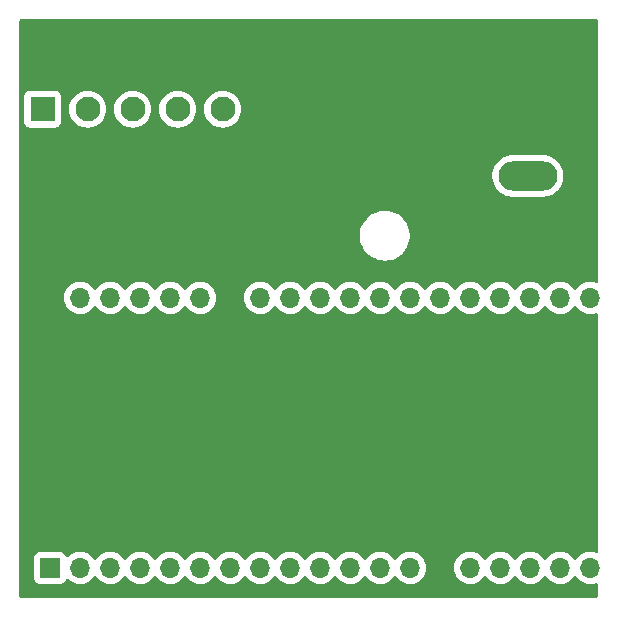
<source format=gbr>
%TF.GenerationSoftware,KiCad,Pcbnew,(6.0.0)*%
%TF.CreationDate,2022-01-02T06:53:01+08:00*%
%TF.ProjectId,NodeMCU-32S-RGBWA-LED-driver,4e6f6465-4d43-4552-9d33-32532d524742,1*%
%TF.SameCoordinates,PX68d6610PY3c42a2c*%
%TF.FileFunction,Copper,L2,Bot*%
%TF.FilePolarity,Positive*%
%FSLAX46Y46*%
G04 Gerber Fmt 4.6, Leading zero omitted, Abs format (unit mm)*
G04 Created by KiCad (PCBNEW (6.0.0)) date 2022-01-02 06:53:01*
%MOMM*%
%LPD*%
G01*
G04 APERTURE LIST*
%TA.AperFunction,ComponentPad*%
%ADD10R,1.700000X1.700000*%
%TD*%
%TA.AperFunction,ComponentPad*%
%ADD11O,1.700000X1.700000*%
%TD*%
%TA.AperFunction,ComponentPad*%
%ADD12R,2.100000X2.100000*%
%TD*%
%TA.AperFunction,ComponentPad*%
%ADD13C,2.100000*%
%TD*%
%TA.AperFunction,ComponentPad*%
%ADD14O,5.000000X2.500000*%
%TD*%
%TA.AperFunction,ComponentPad*%
%ADD15O,4.500000X2.250000*%
%TD*%
%TA.AperFunction,ViaPad*%
%ADD16C,0.800000*%
%TD*%
%TA.AperFunction,ViaPad*%
%ADD17C,1.200000*%
%TD*%
G04 APERTURE END LIST*
D10*
%TO.P,U1,1,VDD3V3*%
%TO.N,+3V3*%
X2910000Y-46842500D03*
D11*
%TO.P,U1,2,~EN~*%
%TO.N,unconnected-(U1-Pad2)*%
X5450000Y-46842500D03*
%TO.P,U1,3,SVP*%
%TO.N,unconnected-(U1-Pad3)*%
X7990000Y-46842500D03*
%TO.P,U1,4,SVN*%
%TO.N,unconnected-(U1-Pad4)*%
X10530000Y-46842500D03*
%TO.P,U1,5,IO34*%
%TO.N,unconnected-(U1-Pad5)*%
X13070000Y-46842500D03*
%TO.P,U1,6,IO35*%
%TO.N,unconnected-(U1-Pad6)*%
X15610000Y-46842500D03*
%TO.P,U1,7,IO32*%
%TO.N,unconnected-(U1-Pad7)*%
X18150000Y-46842500D03*
%TO.P,U1,8,IO33*%
%TO.N,unconnected-(U1-Pad8)*%
X20690000Y-46842500D03*
%TO.P,U1,9,IO25*%
%TO.N,unconnected-(U1-Pad9)*%
X23230000Y-46842500D03*
%TO.P,U1,10,IO26*%
%TO.N,unconnected-(U1-Pad10)*%
X25770000Y-46842500D03*
%TO.P,U1,11,IO27*%
%TO.N,unconnected-(U1-Pad11)*%
X28310000Y-46842500D03*
%TO.P,U1,12,IO14*%
%TO.N,unconnected-(U1-Pad12)*%
X30850000Y-46842500D03*
%TO.P,U1,13,IO12*%
%TO.N,unconnected-(U1-Pad13)*%
X33390000Y-46842500D03*
%TO.P,U1,14,GND*%
%TO.N,GND*%
X35930000Y-46842500D03*
%TO.P,U1,15,IO13*%
%TO.N,unconnected-(U1-Pad15)*%
X38470000Y-46842500D03*
%TO.P,U1,16,SD2*%
%TO.N,unconnected-(U1-Pad16)*%
X41010000Y-46842500D03*
%TO.P,U1,17,SD3*%
%TO.N,unconnected-(U1-Pad17)*%
X43550000Y-46842500D03*
%TO.P,U1,18,CMD*%
%TO.N,unconnected-(U1-Pad18)*%
X46090000Y-46842500D03*
%TO.P,U1,19,VDD5V*%
%TO.N,unconnected-(U1-Pad19)*%
X48630000Y-46842500D03*
%TO.P,U1,20,CLK*%
%TO.N,unconnected-(U1-Pad20)*%
X48630000Y-23982500D03*
%TO.P,U1,21,SD0*%
%TO.N,unconnected-(U1-Pad21)*%
X46090000Y-23982500D03*
%TO.P,U1,22,SD1*%
%TO.N,unconnected-(U1-Pad22)*%
X43550000Y-23982500D03*
%TO.P,U1,23,IO15*%
%TO.N,unconnected-(U1-Pad23)*%
X41010000Y-23982500D03*
%TO.P,U1,24,IO2*%
%TO.N,unconnected-(U1-Pad24)*%
X38470000Y-23982500D03*
%TO.P,U1,25,IO0*%
%TO.N,unconnected-(U1-Pad25)*%
X35930000Y-23982500D03*
%TO.P,U1,26,IO4*%
%TO.N,unconnected-(U1-Pad26)*%
X33390000Y-23982500D03*
%TO.P,U1,27,IO16*%
%TO.N,Net-(R4-Pad1)*%
X30850000Y-23982500D03*
%TO.P,U1,28,IO17*%
%TO.N,Net-(R3-Pad1)*%
X28310000Y-23982500D03*
%TO.P,U1,29,IO5*%
%TO.N,unconnected-(U1-Pad29)*%
X25770000Y-23982500D03*
%TO.P,U1,30,IO18*%
%TO.N,Net-(R2-Pad1)*%
X23230000Y-23982500D03*
%TO.P,U1,31,IO19*%
%TO.N,Net-(R1-Pad1)*%
X20690000Y-23982500D03*
%TO.P,U1,32,GND*%
%TO.N,GND*%
X18150000Y-23982500D03*
%TO.P,U1,33,IO21*%
%TO.N,unconnected-(U1-Pad33)*%
X15610000Y-23982500D03*
%TO.P,U1,34,U0RX*%
%TO.N,unconnected-(U1-Pad34)*%
X13070000Y-23982500D03*
%TO.P,U1,35,U0TX*%
%TO.N,unconnected-(U1-Pad35)*%
X10530000Y-23982500D03*
%TO.P,U1,36,IO22*%
%TO.N,unconnected-(U1-Pad36)*%
X7990000Y-23982500D03*
%TO.P,U1,37,IO23*%
%TO.N,unconnected-(U1-Pad37)*%
X5450000Y-23982500D03*
%TO.P,U1,38,GND*%
%TO.N,GND*%
X2910000Y-23982500D03*
%TD*%
D12*
%TO.P,J2,1,V_OUT*%
%TO.N,VDD*%
X2300000Y-8000000D03*
D13*
%TO.P,J2,2,WHITE*%
%TO.N,/White{slash}Clk*%
X6110000Y-8000000D03*
%TO.P,J2,3,RED*%
%TO.N,/Red{slash}Dat*%
X9920000Y-8000000D03*
%TO.P,J2,4,GREEN*%
%TO.N,/Green*%
X13730000Y-8000000D03*
%TO.P,J2,5,BLUE*%
%TO.N,/Blue{slash}GND*%
X17540000Y-8000000D03*
%TD*%
D14*
%TO.P,J1,1*%
%TO.N,VDD*%
X43370000Y-13650000D03*
D15*
%TO.P,J1,2*%
%TO.N,GND*%
X43370000Y-7650000D03*
%TD*%
D16*
%TO.N,GND*%
X16020000Y-15762500D03*
X6070000Y-16562500D03*
X24920000Y-9348214D03*
X24920000Y-14526784D03*
X23920000Y-15512500D03*
X20270000Y-16562500D03*
X21970000Y-16562500D03*
X6920000Y-15762500D03*
X24920000Y-11419642D03*
X16020000Y-16562500D03*
X6920000Y-16562500D03*
X21120000Y-16562500D03*
X20270000Y-15762500D03*
X24920000Y-13491070D03*
X10620000Y-15762500D03*
X10620000Y-16562500D03*
X24920000Y-15562500D03*
X7820000Y-20512500D03*
X14851049Y-20681451D03*
X24920000Y-10383928D03*
D17*
X46220000Y-20462500D03*
D16*
X19420000Y-15762500D03*
X15170000Y-16562500D03*
X21520000Y-15012500D03*
X24920000Y-12455356D03*
X11470000Y-15762500D03*
X5220000Y-15762500D03*
X9770000Y-15762500D03*
X5220000Y-16562500D03*
X24920000Y-8312500D03*
X11470000Y-16562500D03*
X15170000Y-15762500D03*
X21970000Y-15762500D03*
X14320000Y-15762500D03*
X21120000Y-15762500D03*
X9770000Y-16562500D03*
X6070000Y-15762500D03*
X14320000Y-16562500D03*
%TD*%
%TA.AperFunction,Conductor*%
%TO.N,GND*%
G36*
X49254121Y-390502D02*
G01*
X49300614Y-444158D01*
X49312000Y-496500D01*
X49312000Y-22604483D01*
X49291998Y-22672604D01*
X49238342Y-22719097D01*
X49168068Y-22729201D01*
X49143941Y-22723256D01*
X48983091Y-22666296D01*
X48983083Y-22666294D01*
X48978212Y-22664569D01*
X48973119Y-22663662D01*
X48973116Y-22663661D01*
X48763373Y-22626300D01*
X48763367Y-22626299D01*
X48758284Y-22625394D01*
X48684452Y-22624492D01*
X48540081Y-22622728D01*
X48540079Y-22622728D01*
X48534911Y-22622665D01*
X48314091Y-22656455D01*
X48101756Y-22725857D01*
X47903607Y-22829007D01*
X47899474Y-22832110D01*
X47899471Y-22832112D01*
X47875247Y-22850300D01*
X47724965Y-22963135D01*
X47570629Y-23124638D01*
X47463201Y-23282121D01*
X47408293Y-23327121D01*
X47337768Y-23335292D01*
X47274021Y-23304038D01*
X47253324Y-23279554D01*
X47172822Y-23155117D01*
X47172820Y-23155114D01*
X47170014Y-23150777D01*
X47019670Y-22985551D01*
X47015619Y-22982352D01*
X47015615Y-22982348D01*
X46848414Y-22850300D01*
X46848410Y-22850298D01*
X46844359Y-22847098D01*
X46648789Y-22739138D01*
X46643920Y-22737414D01*
X46643916Y-22737412D01*
X46443087Y-22666295D01*
X46443083Y-22666294D01*
X46438212Y-22664569D01*
X46433119Y-22663662D01*
X46433116Y-22663661D01*
X46223373Y-22626300D01*
X46223367Y-22626299D01*
X46218284Y-22625394D01*
X46144452Y-22624492D01*
X46000081Y-22622728D01*
X46000079Y-22622728D01*
X45994911Y-22622665D01*
X45774091Y-22656455D01*
X45561756Y-22725857D01*
X45363607Y-22829007D01*
X45359474Y-22832110D01*
X45359471Y-22832112D01*
X45335247Y-22850300D01*
X45184965Y-22963135D01*
X45030629Y-23124638D01*
X44923201Y-23282121D01*
X44868293Y-23327121D01*
X44797768Y-23335292D01*
X44734021Y-23304038D01*
X44713324Y-23279554D01*
X44632822Y-23155117D01*
X44632820Y-23155114D01*
X44630014Y-23150777D01*
X44479670Y-22985551D01*
X44475619Y-22982352D01*
X44475615Y-22982348D01*
X44308414Y-22850300D01*
X44308410Y-22850298D01*
X44304359Y-22847098D01*
X44108789Y-22739138D01*
X44103920Y-22737414D01*
X44103916Y-22737412D01*
X43903087Y-22666295D01*
X43903083Y-22666294D01*
X43898212Y-22664569D01*
X43893119Y-22663662D01*
X43893116Y-22663661D01*
X43683373Y-22626300D01*
X43683367Y-22626299D01*
X43678284Y-22625394D01*
X43604452Y-22624492D01*
X43460081Y-22622728D01*
X43460079Y-22622728D01*
X43454911Y-22622665D01*
X43234091Y-22656455D01*
X43021756Y-22725857D01*
X42823607Y-22829007D01*
X42819474Y-22832110D01*
X42819471Y-22832112D01*
X42795247Y-22850300D01*
X42644965Y-22963135D01*
X42490629Y-23124638D01*
X42383201Y-23282121D01*
X42328293Y-23327121D01*
X42257768Y-23335292D01*
X42194021Y-23304038D01*
X42173324Y-23279554D01*
X42092822Y-23155117D01*
X42092820Y-23155114D01*
X42090014Y-23150777D01*
X41939670Y-22985551D01*
X41935619Y-22982352D01*
X41935615Y-22982348D01*
X41768414Y-22850300D01*
X41768410Y-22850298D01*
X41764359Y-22847098D01*
X41568789Y-22739138D01*
X41563920Y-22737414D01*
X41563916Y-22737412D01*
X41363087Y-22666295D01*
X41363083Y-22666294D01*
X41358212Y-22664569D01*
X41353119Y-22663662D01*
X41353116Y-22663661D01*
X41143373Y-22626300D01*
X41143367Y-22626299D01*
X41138284Y-22625394D01*
X41064452Y-22624492D01*
X40920081Y-22622728D01*
X40920079Y-22622728D01*
X40914911Y-22622665D01*
X40694091Y-22656455D01*
X40481756Y-22725857D01*
X40283607Y-22829007D01*
X40279474Y-22832110D01*
X40279471Y-22832112D01*
X40255247Y-22850300D01*
X40104965Y-22963135D01*
X39950629Y-23124638D01*
X39843201Y-23282121D01*
X39788293Y-23327121D01*
X39717768Y-23335292D01*
X39654021Y-23304038D01*
X39633324Y-23279554D01*
X39552822Y-23155117D01*
X39552820Y-23155114D01*
X39550014Y-23150777D01*
X39399670Y-22985551D01*
X39395619Y-22982352D01*
X39395615Y-22982348D01*
X39228414Y-22850300D01*
X39228410Y-22850298D01*
X39224359Y-22847098D01*
X39028789Y-22739138D01*
X39023920Y-22737414D01*
X39023916Y-22737412D01*
X38823087Y-22666295D01*
X38823083Y-22666294D01*
X38818212Y-22664569D01*
X38813119Y-22663662D01*
X38813116Y-22663661D01*
X38603373Y-22626300D01*
X38603367Y-22626299D01*
X38598284Y-22625394D01*
X38524452Y-22624492D01*
X38380081Y-22622728D01*
X38380079Y-22622728D01*
X38374911Y-22622665D01*
X38154091Y-22656455D01*
X37941756Y-22725857D01*
X37743607Y-22829007D01*
X37739474Y-22832110D01*
X37739471Y-22832112D01*
X37715247Y-22850300D01*
X37564965Y-22963135D01*
X37410629Y-23124638D01*
X37303201Y-23282121D01*
X37248293Y-23327121D01*
X37177768Y-23335292D01*
X37114021Y-23304038D01*
X37093324Y-23279554D01*
X37012822Y-23155117D01*
X37012820Y-23155114D01*
X37010014Y-23150777D01*
X36859670Y-22985551D01*
X36855619Y-22982352D01*
X36855615Y-22982348D01*
X36688414Y-22850300D01*
X36688410Y-22850298D01*
X36684359Y-22847098D01*
X36488789Y-22739138D01*
X36483920Y-22737414D01*
X36483916Y-22737412D01*
X36283087Y-22666295D01*
X36283083Y-22666294D01*
X36278212Y-22664569D01*
X36273119Y-22663662D01*
X36273116Y-22663661D01*
X36063373Y-22626300D01*
X36063367Y-22626299D01*
X36058284Y-22625394D01*
X35984452Y-22624492D01*
X35840081Y-22622728D01*
X35840079Y-22622728D01*
X35834911Y-22622665D01*
X35614091Y-22656455D01*
X35401756Y-22725857D01*
X35203607Y-22829007D01*
X35199474Y-22832110D01*
X35199471Y-22832112D01*
X35175247Y-22850300D01*
X35024965Y-22963135D01*
X34870629Y-23124638D01*
X34763201Y-23282121D01*
X34708293Y-23327121D01*
X34637768Y-23335292D01*
X34574021Y-23304038D01*
X34553324Y-23279554D01*
X34472822Y-23155117D01*
X34472820Y-23155114D01*
X34470014Y-23150777D01*
X34319670Y-22985551D01*
X34315619Y-22982352D01*
X34315615Y-22982348D01*
X34148414Y-22850300D01*
X34148410Y-22850298D01*
X34144359Y-22847098D01*
X33948789Y-22739138D01*
X33943920Y-22737414D01*
X33943916Y-22737412D01*
X33743087Y-22666295D01*
X33743083Y-22666294D01*
X33738212Y-22664569D01*
X33733119Y-22663662D01*
X33733116Y-22663661D01*
X33523373Y-22626300D01*
X33523367Y-22626299D01*
X33518284Y-22625394D01*
X33444452Y-22624492D01*
X33300081Y-22622728D01*
X33300079Y-22622728D01*
X33294911Y-22622665D01*
X33074091Y-22656455D01*
X32861756Y-22725857D01*
X32663607Y-22829007D01*
X32659474Y-22832110D01*
X32659471Y-22832112D01*
X32635247Y-22850300D01*
X32484965Y-22963135D01*
X32330629Y-23124638D01*
X32223201Y-23282121D01*
X32168293Y-23327121D01*
X32097768Y-23335292D01*
X32034021Y-23304038D01*
X32013324Y-23279554D01*
X31932822Y-23155117D01*
X31932820Y-23155114D01*
X31930014Y-23150777D01*
X31779670Y-22985551D01*
X31775619Y-22982352D01*
X31775615Y-22982348D01*
X31608414Y-22850300D01*
X31608410Y-22850298D01*
X31604359Y-22847098D01*
X31408789Y-22739138D01*
X31403920Y-22737414D01*
X31403916Y-22737412D01*
X31203087Y-22666295D01*
X31203083Y-22666294D01*
X31198212Y-22664569D01*
X31193119Y-22663662D01*
X31193116Y-22663661D01*
X30983373Y-22626300D01*
X30983367Y-22626299D01*
X30978284Y-22625394D01*
X30904452Y-22624492D01*
X30760081Y-22622728D01*
X30760079Y-22622728D01*
X30754911Y-22622665D01*
X30534091Y-22656455D01*
X30321756Y-22725857D01*
X30123607Y-22829007D01*
X30119474Y-22832110D01*
X30119471Y-22832112D01*
X30095247Y-22850300D01*
X29944965Y-22963135D01*
X29790629Y-23124638D01*
X29683201Y-23282121D01*
X29628293Y-23327121D01*
X29557768Y-23335292D01*
X29494021Y-23304038D01*
X29473324Y-23279554D01*
X29392822Y-23155117D01*
X29392820Y-23155114D01*
X29390014Y-23150777D01*
X29239670Y-22985551D01*
X29235619Y-22982352D01*
X29235615Y-22982348D01*
X29068414Y-22850300D01*
X29068410Y-22850298D01*
X29064359Y-22847098D01*
X28868789Y-22739138D01*
X28863920Y-22737414D01*
X28863916Y-22737412D01*
X28663087Y-22666295D01*
X28663083Y-22666294D01*
X28658212Y-22664569D01*
X28653119Y-22663662D01*
X28653116Y-22663661D01*
X28443373Y-22626300D01*
X28443367Y-22626299D01*
X28438284Y-22625394D01*
X28364452Y-22624492D01*
X28220081Y-22622728D01*
X28220079Y-22622728D01*
X28214911Y-22622665D01*
X27994091Y-22656455D01*
X27781756Y-22725857D01*
X27583607Y-22829007D01*
X27579474Y-22832110D01*
X27579471Y-22832112D01*
X27555247Y-22850300D01*
X27404965Y-22963135D01*
X27250629Y-23124638D01*
X27143201Y-23282121D01*
X27088293Y-23327121D01*
X27017768Y-23335292D01*
X26954021Y-23304038D01*
X26933324Y-23279554D01*
X26852822Y-23155117D01*
X26852820Y-23155114D01*
X26850014Y-23150777D01*
X26699670Y-22985551D01*
X26695619Y-22982352D01*
X26695615Y-22982348D01*
X26528414Y-22850300D01*
X26528410Y-22850298D01*
X26524359Y-22847098D01*
X26328789Y-22739138D01*
X26323920Y-22737414D01*
X26323916Y-22737412D01*
X26123087Y-22666295D01*
X26123083Y-22666294D01*
X26118212Y-22664569D01*
X26113119Y-22663662D01*
X26113116Y-22663661D01*
X25903373Y-22626300D01*
X25903367Y-22626299D01*
X25898284Y-22625394D01*
X25824452Y-22624492D01*
X25680081Y-22622728D01*
X25680079Y-22622728D01*
X25674911Y-22622665D01*
X25454091Y-22656455D01*
X25241756Y-22725857D01*
X25043607Y-22829007D01*
X25039474Y-22832110D01*
X25039471Y-22832112D01*
X25015247Y-22850300D01*
X24864965Y-22963135D01*
X24710629Y-23124638D01*
X24603201Y-23282121D01*
X24548293Y-23327121D01*
X24477768Y-23335292D01*
X24414021Y-23304038D01*
X24393324Y-23279554D01*
X24312822Y-23155117D01*
X24312820Y-23155114D01*
X24310014Y-23150777D01*
X24159670Y-22985551D01*
X24155619Y-22982352D01*
X24155615Y-22982348D01*
X23988414Y-22850300D01*
X23988410Y-22850298D01*
X23984359Y-22847098D01*
X23788789Y-22739138D01*
X23783920Y-22737414D01*
X23783916Y-22737412D01*
X23583087Y-22666295D01*
X23583083Y-22666294D01*
X23578212Y-22664569D01*
X23573119Y-22663662D01*
X23573116Y-22663661D01*
X23363373Y-22626300D01*
X23363367Y-22626299D01*
X23358284Y-22625394D01*
X23284452Y-22624492D01*
X23140081Y-22622728D01*
X23140079Y-22622728D01*
X23134911Y-22622665D01*
X22914091Y-22656455D01*
X22701756Y-22725857D01*
X22503607Y-22829007D01*
X22499474Y-22832110D01*
X22499471Y-22832112D01*
X22475247Y-22850300D01*
X22324965Y-22963135D01*
X22170629Y-23124638D01*
X22063201Y-23282121D01*
X22008293Y-23327121D01*
X21937768Y-23335292D01*
X21874021Y-23304038D01*
X21853324Y-23279554D01*
X21772822Y-23155117D01*
X21772820Y-23155114D01*
X21770014Y-23150777D01*
X21619670Y-22985551D01*
X21615619Y-22982352D01*
X21615615Y-22982348D01*
X21448414Y-22850300D01*
X21448410Y-22850298D01*
X21444359Y-22847098D01*
X21248789Y-22739138D01*
X21243920Y-22737414D01*
X21243916Y-22737412D01*
X21043087Y-22666295D01*
X21043083Y-22666294D01*
X21038212Y-22664569D01*
X21033119Y-22663662D01*
X21033116Y-22663661D01*
X20823373Y-22626300D01*
X20823367Y-22626299D01*
X20818284Y-22625394D01*
X20744452Y-22624492D01*
X20600081Y-22622728D01*
X20600079Y-22622728D01*
X20594911Y-22622665D01*
X20374091Y-22656455D01*
X20161756Y-22725857D01*
X19963607Y-22829007D01*
X19959474Y-22832110D01*
X19959471Y-22832112D01*
X19935247Y-22850300D01*
X19784965Y-22963135D01*
X19630629Y-23124638D01*
X19504743Y-23309180D01*
X19410688Y-23511805D01*
X19350989Y-23727070D01*
X19327251Y-23949195D01*
X19327548Y-23954348D01*
X19327548Y-23954351D01*
X19333011Y-24049090D01*
X19340110Y-24172215D01*
X19341247Y-24177261D01*
X19341248Y-24177267D01*
X19361119Y-24265439D01*
X19389222Y-24390139D01*
X19473266Y-24597116D01*
X19524019Y-24679938D01*
X19587291Y-24783188D01*
X19589987Y-24787588D01*
X19736250Y-24956438D01*
X19908126Y-25099132D01*
X20101000Y-25211838D01*
X20309692Y-25291530D01*
X20314760Y-25292561D01*
X20314763Y-25292562D01*
X20422017Y-25314383D01*
X20528597Y-25336067D01*
X20533772Y-25336257D01*
X20533774Y-25336257D01*
X20746673Y-25344064D01*
X20746677Y-25344064D01*
X20751837Y-25344253D01*
X20756957Y-25343597D01*
X20756959Y-25343597D01*
X20968288Y-25316525D01*
X20968289Y-25316525D01*
X20973416Y-25315868D01*
X20978366Y-25314383D01*
X21182429Y-25253161D01*
X21182434Y-25253159D01*
X21187384Y-25251674D01*
X21387994Y-25153396D01*
X21569860Y-25023673D01*
X21728096Y-24865989D01*
X21787594Y-24783189D01*
X21858453Y-24684577D01*
X21859776Y-24685528D01*
X21906645Y-24642357D01*
X21976580Y-24630125D01*
X22042026Y-24657644D01*
X22069875Y-24689494D01*
X22129987Y-24787588D01*
X22276250Y-24956438D01*
X22448126Y-25099132D01*
X22641000Y-25211838D01*
X22849692Y-25291530D01*
X22854760Y-25292561D01*
X22854763Y-25292562D01*
X22962017Y-25314383D01*
X23068597Y-25336067D01*
X23073772Y-25336257D01*
X23073774Y-25336257D01*
X23286673Y-25344064D01*
X23286677Y-25344064D01*
X23291837Y-25344253D01*
X23296957Y-25343597D01*
X23296959Y-25343597D01*
X23508288Y-25316525D01*
X23508289Y-25316525D01*
X23513416Y-25315868D01*
X23518366Y-25314383D01*
X23722429Y-25253161D01*
X23722434Y-25253159D01*
X23727384Y-25251674D01*
X23927994Y-25153396D01*
X24109860Y-25023673D01*
X24268096Y-24865989D01*
X24327594Y-24783189D01*
X24398453Y-24684577D01*
X24399776Y-24685528D01*
X24446645Y-24642357D01*
X24516580Y-24630125D01*
X24582026Y-24657644D01*
X24609875Y-24689494D01*
X24669987Y-24787588D01*
X24816250Y-24956438D01*
X24988126Y-25099132D01*
X25181000Y-25211838D01*
X25389692Y-25291530D01*
X25394760Y-25292561D01*
X25394763Y-25292562D01*
X25502017Y-25314383D01*
X25608597Y-25336067D01*
X25613772Y-25336257D01*
X25613774Y-25336257D01*
X25826673Y-25344064D01*
X25826677Y-25344064D01*
X25831837Y-25344253D01*
X25836957Y-25343597D01*
X25836959Y-25343597D01*
X26048288Y-25316525D01*
X26048289Y-25316525D01*
X26053416Y-25315868D01*
X26058366Y-25314383D01*
X26262429Y-25253161D01*
X26262434Y-25253159D01*
X26267384Y-25251674D01*
X26467994Y-25153396D01*
X26649860Y-25023673D01*
X26808096Y-24865989D01*
X26867594Y-24783189D01*
X26938453Y-24684577D01*
X26939776Y-24685528D01*
X26986645Y-24642357D01*
X27056580Y-24630125D01*
X27122026Y-24657644D01*
X27149875Y-24689494D01*
X27209987Y-24787588D01*
X27356250Y-24956438D01*
X27528126Y-25099132D01*
X27721000Y-25211838D01*
X27929692Y-25291530D01*
X27934760Y-25292561D01*
X27934763Y-25292562D01*
X28042017Y-25314383D01*
X28148597Y-25336067D01*
X28153772Y-25336257D01*
X28153774Y-25336257D01*
X28366673Y-25344064D01*
X28366677Y-25344064D01*
X28371837Y-25344253D01*
X28376957Y-25343597D01*
X28376959Y-25343597D01*
X28588288Y-25316525D01*
X28588289Y-25316525D01*
X28593416Y-25315868D01*
X28598366Y-25314383D01*
X28802429Y-25253161D01*
X28802434Y-25253159D01*
X28807384Y-25251674D01*
X29007994Y-25153396D01*
X29189860Y-25023673D01*
X29348096Y-24865989D01*
X29407594Y-24783189D01*
X29478453Y-24684577D01*
X29479776Y-24685528D01*
X29526645Y-24642357D01*
X29596580Y-24630125D01*
X29662026Y-24657644D01*
X29689875Y-24689494D01*
X29749987Y-24787588D01*
X29896250Y-24956438D01*
X30068126Y-25099132D01*
X30261000Y-25211838D01*
X30469692Y-25291530D01*
X30474760Y-25292561D01*
X30474763Y-25292562D01*
X30582017Y-25314383D01*
X30688597Y-25336067D01*
X30693772Y-25336257D01*
X30693774Y-25336257D01*
X30906673Y-25344064D01*
X30906677Y-25344064D01*
X30911837Y-25344253D01*
X30916957Y-25343597D01*
X30916959Y-25343597D01*
X31128288Y-25316525D01*
X31128289Y-25316525D01*
X31133416Y-25315868D01*
X31138366Y-25314383D01*
X31342429Y-25253161D01*
X31342434Y-25253159D01*
X31347384Y-25251674D01*
X31547994Y-25153396D01*
X31729860Y-25023673D01*
X31888096Y-24865989D01*
X31947594Y-24783189D01*
X32018453Y-24684577D01*
X32019776Y-24685528D01*
X32066645Y-24642357D01*
X32136580Y-24630125D01*
X32202026Y-24657644D01*
X32229875Y-24689494D01*
X32289987Y-24787588D01*
X32436250Y-24956438D01*
X32608126Y-25099132D01*
X32801000Y-25211838D01*
X33009692Y-25291530D01*
X33014760Y-25292561D01*
X33014763Y-25292562D01*
X33122017Y-25314383D01*
X33228597Y-25336067D01*
X33233772Y-25336257D01*
X33233774Y-25336257D01*
X33446673Y-25344064D01*
X33446677Y-25344064D01*
X33451837Y-25344253D01*
X33456957Y-25343597D01*
X33456959Y-25343597D01*
X33668288Y-25316525D01*
X33668289Y-25316525D01*
X33673416Y-25315868D01*
X33678366Y-25314383D01*
X33882429Y-25253161D01*
X33882434Y-25253159D01*
X33887384Y-25251674D01*
X34087994Y-25153396D01*
X34269860Y-25023673D01*
X34428096Y-24865989D01*
X34487594Y-24783189D01*
X34558453Y-24684577D01*
X34559776Y-24685528D01*
X34606645Y-24642357D01*
X34676580Y-24630125D01*
X34742026Y-24657644D01*
X34769875Y-24689494D01*
X34829987Y-24787588D01*
X34976250Y-24956438D01*
X35148126Y-25099132D01*
X35341000Y-25211838D01*
X35549692Y-25291530D01*
X35554760Y-25292561D01*
X35554763Y-25292562D01*
X35662017Y-25314383D01*
X35768597Y-25336067D01*
X35773772Y-25336257D01*
X35773774Y-25336257D01*
X35986673Y-25344064D01*
X35986677Y-25344064D01*
X35991837Y-25344253D01*
X35996957Y-25343597D01*
X35996959Y-25343597D01*
X36208288Y-25316525D01*
X36208289Y-25316525D01*
X36213416Y-25315868D01*
X36218366Y-25314383D01*
X36422429Y-25253161D01*
X36422434Y-25253159D01*
X36427384Y-25251674D01*
X36627994Y-25153396D01*
X36809860Y-25023673D01*
X36968096Y-24865989D01*
X37027594Y-24783189D01*
X37098453Y-24684577D01*
X37099776Y-24685528D01*
X37146645Y-24642357D01*
X37216580Y-24630125D01*
X37282026Y-24657644D01*
X37309875Y-24689494D01*
X37369987Y-24787588D01*
X37516250Y-24956438D01*
X37688126Y-25099132D01*
X37881000Y-25211838D01*
X38089692Y-25291530D01*
X38094760Y-25292561D01*
X38094763Y-25292562D01*
X38202017Y-25314383D01*
X38308597Y-25336067D01*
X38313772Y-25336257D01*
X38313774Y-25336257D01*
X38526673Y-25344064D01*
X38526677Y-25344064D01*
X38531837Y-25344253D01*
X38536957Y-25343597D01*
X38536959Y-25343597D01*
X38748288Y-25316525D01*
X38748289Y-25316525D01*
X38753416Y-25315868D01*
X38758366Y-25314383D01*
X38962429Y-25253161D01*
X38962434Y-25253159D01*
X38967384Y-25251674D01*
X39167994Y-25153396D01*
X39349860Y-25023673D01*
X39508096Y-24865989D01*
X39567594Y-24783189D01*
X39638453Y-24684577D01*
X39639776Y-24685528D01*
X39686645Y-24642357D01*
X39756580Y-24630125D01*
X39822026Y-24657644D01*
X39849875Y-24689494D01*
X39909987Y-24787588D01*
X40056250Y-24956438D01*
X40228126Y-25099132D01*
X40421000Y-25211838D01*
X40629692Y-25291530D01*
X40634760Y-25292561D01*
X40634763Y-25292562D01*
X40742017Y-25314383D01*
X40848597Y-25336067D01*
X40853772Y-25336257D01*
X40853774Y-25336257D01*
X41066673Y-25344064D01*
X41066677Y-25344064D01*
X41071837Y-25344253D01*
X41076957Y-25343597D01*
X41076959Y-25343597D01*
X41288288Y-25316525D01*
X41288289Y-25316525D01*
X41293416Y-25315868D01*
X41298366Y-25314383D01*
X41502429Y-25253161D01*
X41502434Y-25253159D01*
X41507384Y-25251674D01*
X41707994Y-25153396D01*
X41889860Y-25023673D01*
X42048096Y-24865989D01*
X42107594Y-24783189D01*
X42178453Y-24684577D01*
X42179776Y-24685528D01*
X42226645Y-24642357D01*
X42296580Y-24630125D01*
X42362026Y-24657644D01*
X42389875Y-24689494D01*
X42449987Y-24787588D01*
X42596250Y-24956438D01*
X42768126Y-25099132D01*
X42961000Y-25211838D01*
X43169692Y-25291530D01*
X43174760Y-25292561D01*
X43174763Y-25292562D01*
X43282017Y-25314383D01*
X43388597Y-25336067D01*
X43393772Y-25336257D01*
X43393774Y-25336257D01*
X43606673Y-25344064D01*
X43606677Y-25344064D01*
X43611837Y-25344253D01*
X43616957Y-25343597D01*
X43616959Y-25343597D01*
X43828288Y-25316525D01*
X43828289Y-25316525D01*
X43833416Y-25315868D01*
X43838366Y-25314383D01*
X44042429Y-25253161D01*
X44042434Y-25253159D01*
X44047384Y-25251674D01*
X44247994Y-25153396D01*
X44429860Y-25023673D01*
X44588096Y-24865989D01*
X44647594Y-24783189D01*
X44718453Y-24684577D01*
X44719776Y-24685528D01*
X44766645Y-24642357D01*
X44836580Y-24630125D01*
X44902026Y-24657644D01*
X44929875Y-24689494D01*
X44989987Y-24787588D01*
X45136250Y-24956438D01*
X45308126Y-25099132D01*
X45501000Y-25211838D01*
X45709692Y-25291530D01*
X45714760Y-25292561D01*
X45714763Y-25292562D01*
X45822017Y-25314383D01*
X45928597Y-25336067D01*
X45933772Y-25336257D01*
X45933774Y-25336257D01*
X46146673Y-25344064D01*
X46146677Y-25344064D01*
X46151837Y-25344253D01*
X46156957Y-25343597D01*
X46156959Y-25343597D01*
X46368288Y-25316525D01*
X46368289Y-25316525D01*
X46373416Y-25315868D01*
X46378366Y-25314383D01*
X46582429Y-25253161D01*
X46582434Y-25253159D01*
X46587384Y-25251674D01*
X46787994Y-25153396D01*
X46969860Y-25023673D01*
X47128096Y-24865989D01*
X47187594Y-24783189D01*
X47258453Y-24684577D01*
X47259776Y-24685528D01*
X47306645Y-24642357D01*
X47376580Y-24630125D01*
X47442026Y-24657644D01*
X47469875Y-24689494D01*
X47529987Y-24787588D01*
X47676250Y-24956438D01*
X47848126Y-25099132D01*
X48041000Y-25211838D01*
X48249692Y-25291530D01*
X48254760Y-25292561D01*
X48254763Y-25292562D01*
X48362017Y-25314383D01*
X48468597Y-25336067D01*
X48473772Y-25336257D01*
X48473774Y-25336257D01*
X48686673Y-25344064D01*
X48686677Y-25344064D01*
X48691837Y-25344253D01*
X48696957Y-25343597D01*
X48696959Y-25343597D01*
X48908288Y-25316525D01*
X48908289Y-25316525D01*
X48913416Y-25315868D01*
X48918366Y-25314383D01*
X49122438Y-25253158D01*
X49122439Y-25253158D01*
X49127384Y-25251674D01*
X49132025Y-25249401D01*
X49136838Y-25247514D01*
X49137397Y-25248940D01*
X49200552Y-25238109D01*
X49265907Y-25265845D01*
X49305892Y-25324511D01*
X49312000Y-25363266D01*
X49312000Y-45464483D01*
X49291998Y-45532604D01*
X49238342Y-45579097D01*
X49168068Y-45589201D01*
X49143941Y-45583256D01*
X48983091Y-45526296D01*
X48983083Y-45526294D01*
X48978212Y-45524569D01*
X48973119Y-45523662D01*
X48973116Y-45523661D01*
X48763373Y-45486300D01*
X48763367Y-45486299D01*
X48758284Y-45485394D01*
X48684452Y-45484492D01*
X48540081Y-45482728D01*
X48540079Y-45482728D01*
X48534911Y-45482665D01*
X48314091Y-45516455D01*
X48101756Y-45585857D01*
X47903607Y-45689007D01*
X47899474Y-45692110D01*
X47899471Y-45692112D01*
X47729100Y-45820030D01*
X47724965Y-45823135D01*
X47721393Y-45826873D01*
X47613729Y-45939537D01*
X47570629Y-45984638D01*
X47463201Y-46142121D01*
X47408293Y-46187121D01*
X47337768Y-46195292D01*
X47274021Y-46164038D01*
X47253324Y-46139554D01*
X47172822Y-46015117D01*
X47172820Y-46015114D01*
X47170014Y-46010777D01*
X47019670Y-45845551D01*
X47015619Y-45842352D01*
X47015615Y-45842348D01*
X46848414Y-45710300D01*
X46848410Y-45710298D01*
X46844359Y-45707098D01*
X46648789Y-45599138D01*
X46643920Y-45597414D01*
X46643916Y-45597412D01*
X46443087Y-45526295D01*
X46443083Y-45526294D01*
X46438212Y-45524569D01*
X46433119Y-45523662D01*
X46433116Y-45523661D01*
X46223373Y-45486300D01*
X46223367Y-45486299D01*
X46218284Y-45485394D01*
X46144452Y-45484492D01*
X46000081Y-45482728D01*
X46000079Y-45482728D01*
X45994911Y-45482665D01*
X45774091Y-45516455D01*
X45561756Y-45585857D01*
X45363607Y-45689007D01*
X45359474Y-45692110D01*
X45359471Y-45692112D01*
X45189100Y-45820030D01*
X45184965Y-45823135D01*
X45181393Y-45826873D01*
X45073729Y-45939537D01*
X45030629Y-45984638D01*
X44923201Y-46142121D01*
X44868293Y-46187121D01*
X44797768Y-46195292D01*
X44734021Y-46164038D01*
X44713324Y-46139554D01*
X44632822Y-46015117D01*
X44632820Y-46015114D01*
X44630014Y-46010777D01*
X44479670Y-45845551D01*
X44475619Y-45842352D01*
X44475615Y-45842348D01*
X44308414Y-45710300D01*
X44308410Y-45710298D01*
X44304359Y-45707098D01*
X44108789Y-45599138D01*
X44103920Y-45597414D01*
X44103916Y-45597412D01*
X43903087Y-45526295D01*
X43903083Y-45526294D01*
X43898212Y-45524569D01*
X43893119Y-45523662D01*
X43893116Y-45523661D01*
X43683373Y-45486300D01*
X43683367Y-45486299D01*
X43678284Y-45485394D01*
X43604452Y-45484492D01*
X43460081Y-45482728D01*
X43460079Y-45482728D01*
X43454911Y-45482665D01*
X43234091Y-45516455D01*
X43021756Y-45585857D01*
X42823607Y-45689007D01*
X42819474Y-45692110D01*
X42819471Y-45692112D01*
X42649100Y-45820030D01*
X42644965Y-45823135D01*
X42641393Y-45826873D01*
X42533729Y-45939537D01*
X42490629Y-45984638D01*
X42383201Y-46142121D01*
X42328293Y-46187121D01*
X42257768Y-46195292D01*
X42194021Y-46164038D01*
X42173324Y-46139554D01*
X42092822Y-46015117D01*
X42092820Y-46015114D01*
X42090014Y-46010777D01*
X41939670Y-45845551D01*
X41935619Y-45842352D01*
X41935615Y-45842348D01*
X41768414Y-45710300D01*
X41768410Y-45710298D01*
X41764359Y-45707098D01*
X41568789Y-45599138D01*
X41563920Y-45597414D01*
X41563916Y-45597412D01*
X41363087Y-45526295D01*
X41363083Y-45526294D01*
X41358212Y-45524569D01*
X41353119Y-45523662D01*
X41353116Y-45523661D01*
X41143373Y-45486300D01*
X41143367Y-45486299D01*
X41138284Y-45485394D01*
X41064452Y-45484492D01*
X40920081Y-45482728D01*
X40920079Y-45482728D01*
X40914911Y-45482665D01*
X40694091Y-45516455D01*
X40481756Y-45585857D01*
X40283607Y-45689007D01*
X40279474Y-45692110D01*
X40279471Y-45692112D01*
X40109100Y-45820030D01*
X40104965Y-45823135D01*
X40101393Y-45826873D01*
X39993729Y-45939537D01*
X39950629Y-45984638D01*
X39843201Y-46142121D01*
X39788293Y-46187121D01*
X39717768Y-46195292D01*
X39654021Y-46164038D01*
X39633324Y-46139554D01*
X39552822Y-46015117D01*
X39552820Y-46015114D01*
X39550014Y-46010777D01*
X39399670Y-45845551D01*
X39395619Y-45842352D01*
X39395615Y-45842348D01*
X39228414Y-45710300D01*
X39228410Y-45710298D01*
X39224359Y-45707098D01*
X39028789Y-45599138D01*
X39023920Y-45597414D01*
X39023916Y-45597412D01*
X38823087Y-45526295D01*
X38823083Y-45526294D01*
X38818212Y-45524569D01*
X38813119Y-45523662D01*
X38813116Y-45523661D01*
X38603373Y-45486300D01*
X38603367Y-45486299D01*
X38598284Y-45485394D01*
X38524452Y-45484492D01*
X38380081Y-45482728D01*
X38380079Y-45482728D01*
X38374911Y-45482665D01*
X38154091Y-45516455D01*
X37941756Y-45585857D01*
X37743607Y-45689007D01*
X37739474Y-45692110D01*
X37739471Y-45692112D01*
X37569100Y-45820030D01*
X37564965Y-45823135D01*
X37561393Y-45826873D01*
X37453729Y-45939537D01*
X37410629Y-45984638D01*
X37284743Y-46169180D01*
X37190688Y-46371805D01*
X37130989Y-46587070D01*
X37107251Y-46809195D01*
X37107548Y-46814348D01*
X37107548Y-46814351D01*
X37113011Y-46909090D01*
X37120110Y-47032215D01*
X37121247Y-47037261D01*
X37121248Y-47037267D01*
X37141119Y-47125439D01*
X37169222Y-47250139D01*
X37253266Y-47457116D01*
X37304019Y-47539938D01*
X37367291Y-47643188D01*
X37369987Y-47647588D01*
X37516250Y-47816438D01*
X37688126Y-47959132D01*
X37881000Y-48071838D01*
X38089692Y-48151530D01*
X38094760Y-48152561D01*
X38094763Y-48152562D01*
X38202017Y-48174383D01*
X38308597Y-48196067D01*
X38313772Y-48196257D01*
X38313774Y-48196257D01*
X38526673Y-48204064D01*
X38526677Y-48204064D01*
X38531837Y-48204253D01*
X38536957Y-48203597D01*
X38536959Y-48203597D01*
X38748288Y-48176525D01*
X38748289Y-48176525D01*
X38753416Y-48175868D01*
X38758366Y-48174383D01*
X38962429Y-48113161D01*
X38962434Y-48113159D01*
X38967384Y-48111674D01*
X39167994Y-48013396D01*
X39349860Y-47883673D01*
X39508096Y-47725989D01*
X39567594Y-47643189D01*
X39638453Y-47544577D01*
X39639776Y-47545528D01*
X39686645Y-47502357D01*
X39756580Y-47490125D01*
X39822026Y-47517644D01*
X39849875Y-47549494D01*
X39909987Y-47647588D01*
X40056250Y-47816438D01*
X40228126Y-47959132D01*
X40421000Y-48071838D01*
X40629692Y-48151530D01*
X40634760Y-48152561D01*
X40634763Y-48152562D01*
X40742017Y-48174383D01*
X40848597Y-48196067D01*
X40853772Y-48196257D01*
X40853774Y-48196257D01*
X41066673Y-48204064D01*
X41066677Y-48204064D01*
X41071837Y-48204253D01*
X41076957Y-48203597D01*
X41076959Y-48203597D01*
X41288288Y-48176525D01*
X41288289Y-48176525D01*
X41293416Y-48175868D01*
X41298366Y-48174383D01*
X41502429Y-48113161D01*
X41502434Y-48113159D01*
X41507384Y-48111674D01*
X41707994Y-48013396D01*
X41889860Y-47883673D01*
X42048096Y-47725989D01*
X42107594Y-47643189D01*
X42178453Y-47544577D01*
X42179776Y-47545528D01*
X42226645Y-47502357D01*
X42296580Y-47490125D01*
X42362026Y-47517644D01*
X42389875Y-47549494D01*
X42449987Y-47647588D01*
X42596250Y-47816438D01*
X42768126Y-47959132D01*
X42961000Y-48071838D01*
X43169692Y-48151530D01*
X43174760Y-48152561D01*
X43174763Y-48152562D01*
X43282017Y-48174383D01*
X43388597Y-48196067D01*
X43393772Y-48196257D01*
X43393774Y-48196257D01*
X43606673Y-48204064D01*
X43606677Y-48204064D01*
X43611837Y-48204253D01*
X43616957Y-48203597D01*
X43616959Y-48203597D01*
X43828288Y-48176525D01*
X43828289Y-48176525D01*
X43833416Y-48175868D01*
X43838366Y-48174383D01*
X44042429Y-48113161D01*
X44042434Y-48113159D01*
X44047384Y-48111674D01*
X44247994Y-48013396D01*
X44429860Y-47883673D01*
X44588096Y-47725989D01*
X44647594Y-47643189D01*
X44718453Y-47544577D01*
X44719776Y-47545528D01*
X44766645Y-47502357D01*
X44836580Y-47490125D01*
X44902026Y-47517644D01*
X44929875Y-47549494D01*
X44989987Y-47647588D01*
X45136250Y-47816438D01*
X45308126Y-47959132D01*
X45501000Y-48071838D01*
X45709692Y-48151530D01*
X45714760Y-48152561D01*
X45714763Y-48152562D01*
X45822017Y-48174383D01*
X45928597Y-48196067D01*
X45933772Y-48196257D01*
X45933774Y-48196257D01*
X46146673Y-48204064D01*
X46146677Y-48204064D01*
X46151837Y-48204253D01*
X46156957Y-48203597D01*
X46156959Y-48203597D01*
X46368288Y-48176525D01*
X46368289Y-48176525D01*
X46373416Y-48175868D01*
X46378366Y-48174383D01*
X46582429Y-48113161D01*
X46582434Y-48113159D01*
X46587384Y-48111674D01*
X46787994Y-48013396D01*
X46969860Y-47883673D01*
X47128096Y-47725989D01*
X47187594Y-47643189D01*
X47258453Y-47544577D01*
X47259776Y-47545528D01*
X47306645Y-47502357D01*
X47376580Y-47490125D01*
X47442026Y-47517644D01*
X47469875Y-47549494D01*
X47529987Y-47647588D01*
X47676250Y-47816438D01*
X47848126Y-47959132D01*
X48041000Y-48071838D01*
X48249692Y-48151530D01*
X48254760Y-48152561D01*
X48254763Y-48152562D01*
X48362017Y-48174383D01*
X48468597Y-48196067D01*
X48473772Y-48196257D01*
X48473774Y-48196257D01*
X48686673Y-48204064D01*
X48686677Y-48204064D01*
X48691837Y-48204253D01*
X48696957Y-48203597D01*
X48696959Y-48203597D01*
X48908288Y-48176525D01*
X48908289Y-48176525D01*
X48913416Y-48175868D01*
X48918366Y-48174383D01*
X49122438Y-48113158D01*
X49122439Y-48113158D01*
X49127384Y-48111674D01*
X49132025Y-48109401D01*
X49136838Y-48107514D01*
X49137397Y-48108940D01*
X49200552Y-48098109D01*
X49265907Y-48125845D01*
X49305892Y-48184511D01*
X49312000Y-48223266D01*
X49312000Y-49228500D01*
X49291998Y-49296621D01*
X49238342Y-49343114D01*
X49186000Y-49354500D01*
X454000Y-49354500D01*
X385879Y-49334498D01*
X339386Y-49280842D01*
X328000Y-49228500D01*
X328000Y-47740634D01*
X1551500Y-47740634D01*
X1558255Y-47802816D01*
X1609385Y-47939205D01*
X1696739Y-48055761D01*
X1813295Y-48143115D01*
X1949684Y-48194245D01*
X2011866Y-48201000D01*
X3808134Y-48201000D01*
X3870316Y-48194245D01*
X4006705Y-48143115D01*
X4123261Y-48055761D01*
X4210615Y-47939205D01*
X4232799Y-47880029D01*
X4254598Y-47821882D01*
X4297240Y-47765118D01*
X4363802Y-47740418D01*
X4433150Y-47755626D01*
X4467817Y-47783614D01*
X4496250Y-47816438D01*
X4668126Y-47959132D01*
X4861000Y-48071838D01*
X5069692Y-48151530D01*
X5074760Y-48152561D01*
X5074763Y-48152562D01*
X5182017Y-48174383D01*
X5288597Y-48196067D01*
X5293772Y-48196257D01*
X5293774Y-48196257D01*
X5506673Y-48204064D01*
X5506677Y-48204064D01*
X5511837Y-48204253D01*
X5516957Y-48203597D01*
X5516959Y-48203597D01*
X5728288Y-48176525D01*
X5728289Y-48176525D01*
X5733416Y-48175868D01*
X5738366Y-48174383D01*
X5942429Y-48113161D01*
X5942434Y-48113159D01*
X5947384Y-48111674D01*
X6147994Y-48013396D01*
X6329860Y-47883673D01*
X6488096Y-47725989D01*
X6547594Y-47643189D01*
X6618453Y-47544577D01*
X6619776Y-47545528D01*
X6666645Y-47502357D01*
X6736580Y-47490125D01*
X6802026Y-47517644D01*
X6829875Y-47549494D01*
X6889987Y-47647588D01*
X7036250Y-47816438D01*
X7208126Y-47959132D01*
X7401000Y-48071838D01*
X7609692Y-48151530D01*
X7614760Y-48152561D01*
X7614763Y-48152562D01*
X7722017Y-48174383D01*
X7828597Y-48196067D01*
X7833772Y-48196257D01*
X7833774Y-48196257D01*
X8046673Y-48204064D01*
X8046677Y-48204064D01*
X8051837Y-48204253D01*
X8056957Y-48203597D01*
X8056959Y-48203597D01*
X8268288Y-48176525D01*
X8268289Y-48176525D01*
X8273416Y-48175868D01*
X8278366Y-48174383D01*
X8482429Y-48113161D01*
X8482434Y-48113159D01*
X8487384Y-48111674D01*
X8687994Y-48013396D01*
X8869860Y-47883673D01*
X9028096Y-47725989D01*
X9087594Y-47643189D01*
X9158453Y-47544577D01*
X9159776Y-47545528D01*
X9206645Y-47502357D01*
X9276580Y-47490125D01*
X9342026Y-47517644D01*
X9369875Y-47549494D01*
X9429987Y-47647588D01*
X9576250Y-47816438D01*
X9748126Y-47959132D01*
X9941000Y-48071838D01*
X10149692Y-48151530D01*
X10154760Y-48152561D01*
X10154763Y-48152562D01*
X10262017Y-48174383D01*
X10368597Y-48196067D01*
X10373772Y-48196257D01*
X10373774Y-48196257D01*
X10586673Y-48204064D01*
X10586677Y-48204064D01*
X10591837Y-48204253D01*
X10596957Y-48203597D01*
X10596959Y-48203597D01*
X10808288Y-48176525D01*
X10808289Y-48176525D01*
X10813416Y-48175868D01*
X10818366Y-48174383D01*
X11022429Y-48113161D01*
X11022434Y-48113159D01*
X11027384Y-48111674D01*
X11227994Y-48013396D01*
X11409860Y-47883673D01*
X11568096Y-47725989D01*
X11627594Y-47643189D01*
X11698453Y-47544577D01*
X11699776Y-47545528D01*
X11746645Y-47502357D01*
X11816580Y-47490125D01*
X11882026Y-47517644D01*
X11909875Y-47549494D01*
X11969987Y-47647588D01*
X12116250Y-47816438D01*
X12288126Y-47959132D01*
X12481000Y-48071838D01*
X12689692Y-48151530D01*
X12694760Y-48152561D01*
X12694763Y-48152562D01*
X12802017Y-48174383D01*
X12908597Y-48196067D01*
X12913772Y-48196257D01*
X12913774Y-48196257D01*
X13126673Y-48204064D01*
X13126677Y-48204064D01*
X13131837Y-48204253D01*
X13136957Y-48203597D01*
X13136959Y-48203597D01*
X13348288Y-48176525D01*
X13348289Y-48176525D01*
X13353416Y-48175868D01*
X13358366Y-48174383D01*
X13562429Y-48113161D01*
X13562434Y-48113159D01*
X13567384Y-48111674D01*
X13767994Y-48013396D01*
X13949860Y-47883673D01*
X14108096Y-47725989D01*
X14167594Y-47643189D01*
X14238453Y-47544577D01*
X14239776Y-47545528D01*
X14286645Y-47502357D01*
X14356580Y-47490125D01*
X14422026Y-47517644D01*
X14449875Y-47549494D01*
X14509987Y-47647588D01*
X14656250Y-47816438D01*
X14828126Y-47959132D01*
X15021000Y-48071838D01*
X15229692Y-48151530D01*
X15234760Y-48152561D01*
X15234763Y-48152562D01*
X15342017Y-48174383D01*
X15448597Y-48196067D01*
X15453772Y-48196257D01*
X15453774Y-48196257D01*
X15666673Y-48204064D01*
X15666677Y-48204064D01*
X15671837Y-48204253D01*
X15676957Y-48203597D01*
X15676959Y-48203597D01*
X15888288Y-48176525D01*
X15888289Y-48176525D01*
X15893416Y-48175868D01*
X15898366Y-48174383D01*
X16102429Y-48113161D01*
X16102434Y-48113159D01*
X16107384Y-48111674D01*
X16307994Y-48013396D01*
X16489860Y-47883673D01*
X16648096Y-47725989D01*
X16707594Y-47643189D01*
X16778453Y-47544577D01*
X16779776Y-47545528D01*
X16826645Y-47502357D01*
X16896580Y-47490125D01*
X16962026Y-47517644D01*
X16989875Y-47549494D01*
X17049987Y-47647588D01*
X17196250Y-47816438D01*
X17368126Y-47959132D01*
X17561000Y-48071838D01*
X17769692Y-48151530D01*
X17774760Y-48152561D01*
X17774763Y-48152562D01*
X17882017Y-48174383D01*
X17988597Y-48196067D01*
X17993772Y-48196257D01*
X17993774Y-48196257D01*
X18206673Y-48204064D01*
X18206677Y-48204064D01*
X18211837Y-48204253D01*
X18216957Y-48203597D01*
X18216959Y-48203597D01*
X18428288Y-48176525D01*
X18428289Y-48176525D01*
X18433416Y-48175868D01*
X18438366Y-48174383D01*
X18642429Y-48113161D01*
X18642434Y-48113159D01*
X18647384Y-48111674D01*
X18847994Y-48013396D01*
X19029860Y-47883673D01*
X19188096Y-47725989D01*
X19247594Y-47643189D01*
X19318453Y-47544577D01*
X19319776Y-47545528D01*
X19366645Y-47502357D01*
X19436580Y-47490125D01*
X19502026Y-47517644D01*
X19529875Y-47549494D01*
X19589987Y-47647588D01*
X19736250Y-47816438D01*
X19908126Y-47959132D01*
X20101000Y-48071838D01*
X20309692Y-48151530D01*
X20314760Y-48152561D01*
X20314763Y-48152562D01*
X20422017Y-48174383D01*
X20528597Y-48196067D01*
X20533772Y-48196257D01*
X20533774Y-48196257D01*
X20746673Y-48204064D01*
X20746677Y-48204064D01*
X20751837Y-48204253D01*
X20756957Y-48203597D01*
X20756959Y-48203597D01*
X20968288Y-48176525D01*
X20968289Y-48176525D01*
X20973416Y-48175868D01*
X20978366Y-48174383D01*
X21182429Y-48113161D01*
X21182434Y-48113159D01*
X21187384Y-48111674D01*
X21387994Y-48013396D01*
X21569860Y-47883673D01*
X21728096Y-47725989D01*
X21787594Y-47643189D01*
X21858453Y-47544577D01*
X21859776Y-47545528D01*
X21906645Y-47502357D01*
X21976580Y-47490125D01*
X22042026Y-47517644D01*
X22069875Y-47549494D01*
X22129987Y-47647588D01*
X22276250Y-47816438D01*
X22448126Y-47959132D01*
X22641000Y-48071838D01*
X22849692Y-48151530D01*
X22854760Y-48152561D01*
X22854763Y-48152562D01*
X22962017Y-48174383D01*
X23068597Y-48196067D01*
X23073772Y-48196257D01*
X23073774Y-48196257D01*
X23286673Y-48204064D01*
X23286677Y-48204064D01*
X23291837Y-48204253D01*
X23296957Y-48203597D01*
X23296959Y-48203597D01*
X23508288Y-48176525D01*
X23508289Y-48176525D01*
X23513416Y-48175868D01*
X23518366Y-48174383D01*
X23722429Y-48113161D01*
X23722434Y-48113159D01*
X23727384Y-48111674D01*
X23927994Y-48013396D01*
X24109860Y-47883673D01*
X24268096Y-47725989D01*
X24327594Y-47643189D01*
X24398453Y-47544577D01*
X24399776Y-47545528D01*
X24446645Y-47502357D01*
X24516580Y-47490125D01*
X24582026Y-47517644D01*
X24609875Y-47549494D01*
X24669987Y-47647588D01*
X24816250Y-47816438D01*
X24988126Y-47959132D01*
X25181000Y-48071838D01*
X25389692Y-48151530D01*
X25394760Y-48152561D01*
X25394763Y-48152562D01*
X25502017Y-48174383D01*
X25608597Y-48196067D01*
X25613772Y-48196257D01*
X25613774Y-48196257D01*
X25826673Y-48204064D01*
X25826677Y-48204064D01*
X25831837Y-48204253D01*
X25836957Y-48203597D01*
X25836959Y-48203597D01*
X26048288Y-48176525D01*
X26048289Y-48176525D01*
X26053416Y-48175868D01*
X26058366Y-48174383D01*
X26262429Y-48113161D01*
X26262434Y-48113159D01*
X26267384Y-48111674D01*
X26467994Y-48013396D01*
X26649860Y-47883673D01*
X26808096Y-47725989D01*
X26867594Y-47643189D01*
X26938453Y-47544577D01*
X26939776Y-47545528D01*
X26986645Y-47502357D01*
X27056580Y-47490125D01*
X27122026Y-47517644D01*
X27149875Y-47549494D01*
X27209987Y-47647588D01*
X27356250Y-47816438D01*
X27528126Y-47959132D01*
X27721000Y-48071838D01*
X27929692Y-48151530D01*
X27934760Y-48152561D01*
X27934763Y-48152562D01*
X28042017Y-48174383D01*
X28148597Y-48196067D01*
X28153772Y-48196257D01*
X28153774Y-48196257D01*
X28366673Y-48204064D01*
X28366677Y-48204064D01*
X28371837Y-48204253D01*
X28376957Y-48203597D01*
X28376959Y-48203597D01*
X28588288Y-48176525D01*
X28588289Y-48176525D01*
X28593416Y-48175868D01*
X28598366Y-48174383D01*
X28802429Y-48113161D01*
X28802434Y-48113159D01*
X28807384Y-48111674D01*
X29007994Y-48013396D01*
X29189860Y-47883673D01*
X29348096Y-47725989D01*
X29407594Y-47643189D01*
X29478453Y-47544577D01*
X29479776Y-47545528D01*
X29526645Y-47502357D01*
X29596580Y-47490125D01*
X29662026Y-47517644D01*
X29689875Y-47549494D01*
X29749987Y-47647588D01*
X29896250Y-47816438D01*
X30068126Y-47959132D01*
X30261000Y-48071838D01*
X30469692Y-48151530D01*
X30474760Y-48152561D01*
X30474763Y-48152562D01*
X30582017Y-48174383D01*
X30688597Y-48196067D01*
X30693772Y-48196257D01*
X30693774Y-48196257D01*
X30906673Y-48204064D01*
X30906677Y-48204064D01*
X30911837Y-48204253D01*
X30916957Y-48203597D01*
X30916959Y-48203597D01*
X31128288Y-48176525D01*
X31128289Y-48176525D01*
X31133416Y-48175868D01*
X31138366Y-48174383D01*
X31342429Y-48113161D01*
X31342434Y-48113159D01*
X31347384Y-48111674D01*
X31547994Y-48013396D01*
X31729860Y-47883673D01*
X31888096Y-47725989D01*
X31947594Y-47643189D01*
X32018453Y-47544577D01*
X32019776Y-47545528D01*
X32066645Y-47502357D01*
X32136580Y-47490125D01*
X32202026Y-47517644D01*
X32229875Y-47549494D01*
X32289987Y-47647588D01*
X32436250Y-47816438D01*
X32608126Y-47959132D01*
X32801000Y-48071838D01*
X33009692Y-48151530D01*
X33014760Y-48152561D01*
X33014763Y-48152562D01*
X33122017Y-48174383D01*
X33228597Y-48196067D01*
X33233772Y-48196257D01*
X33233774Y-48196257D01*
X33446673Y-48204064D01*
X33446677Y-48204064D01*
X33451837Y-48204253D01*
X33456957Y-48203597D01*
X33456959Y-48203597D01*
X33668288Y-48176525D01*
X33668289Y-48176525D01*
X33673416Y-48175868D01*
X33678366Y-48174383D01*
X33882429Y-48113161D01*
X33882434Y-48113159D01*
X33887384Y-48111674D01*
X34087994Y-48013396D01*
X34269860Y-47883673D01*
X34428096Y-47725989D01*
X34487594Y-47643189D01*
X34555435Y-47548777D01*
X34558453Y-47544577D01*
X34579320Y-47502357D01*
X34655136Y-47348953D01*
X34655137Y-47348951D01*
X34657430Y-47344311D01*
X34722370Y-47130569D01*
X34751529Y-46909090D01*
X34753156Y-46842500D01*
X34734852Y-46619861D01*
X34680431Y-46403202D01*
X34591354Y-46198340D01*
X34470014Y-46010777D01*
X34319670Y-45845551D01*
X34315619Y-45842352D01*
X34315615Y-45842348D01*
X34148414Y-45710300D01*
X34148410Y-45710298D01*
X34144359Y-45707098D01*
X33948789Y-45599138D01*
X33943920Y-45597414D01*
X33943916Y-45597412D01*
X33743087Y-45526295D01*
X33743083Y-45526294D01*
X33738212Y-45524569D01*
X33733119Y-45523662D01*
X33733116Y-45523661D01*
X33523373Y-45486300D01*
X33523367Y-45486299D01*
X33518284Y-45485394D01*
X33444452Y-45484492D01*
X33300081Y-45482728D01*
X33300079Y-45482728D01*
X33294911Y-45482665D01*
X33074091Y-45516455D01*
X32861756Y-45585857D01*
X32663607Y-45689007D01*
X32659474Y-45692110D01*
X32659471Y-45692112D01*
X32489100Y-45820030D01*
X32484965Y-45823135D01*
X32481393Y-45826873D01*
X32373729Y-45939537D01*
X32330629Y-45984638D01*
X32223201Y-46142121D01*
X32168293Y-46187121D01*
X32097768Y-46195292D01*
X32034021Y-46164038D01*
X32013324Y-46139554D01*
X31932822Y-46015117D01*
X31932820Y-46015114D01*
X31930014Y-46010777D01*
X31779670Y-45845551D01*
X31775619Y-45842352D01*
X31775615Y-45842348D01*
X31608414Y-45710300D01*
X31608410Y-45710298D01*
X31604359Y-45707098D01*
X31408789Y-45599138D01*
X31403920Y-45597414D01*
X31403916Y-45597412D01*
X31203087Y-45526295D01*
X31203083Y-45526294D01*
X31198212Y-45524569D01*
X31193119Y-45523662D01*
X31193116Y-45523661D01*
X30983373Y-45486300D01*
X30983367Y-45486299D01*
X30978284Y-45485394D01*
X30904452Y-45484492D01*
X30760081Y-45482728D01*
X30760079Y-45482728D01*
X30754911Y-45482665D01*
X30534091Y-45516455D01*
X30321756Y-45585857D01*
X30123607Y-45689007D01*
X30119474Y-45692110D01*
X30119471Y-45692112D01*
X29949100Y-45820030D01*
X29944965Y-45823135D01*
X29941393Y-45826873D01*
X29833729Y-45939537D01*
X29790629Y-45984638D01*
X29683201Y-46142121D01*
X29628293Y-46187121D01*
X29557768Y-46195292D01*
X29494021Y-46164038D01*
X29473324Y-46139554D01*
X29392822Y-46015117D01*
X29392820Y-46015114D01*
X29390014Y-46010777D01*
X29239670Y-45845551D01*
X29235619Y-45842352D01*
X29235615Y-45842348D01*
X29068414Y-45710300D01*
X29068410Y-45710298D01*
X29064359Y-45707098D01*
X28868789Y-45599138D01*
X28863920Y-45597414D01*
X28863916Y-45597412D01*
X28663087Y-45526295D01*
X28663083Y-45526294D01*
X28658212Y-45524569D01*
X28653119Y-45523662D01*
X28653116Y-45523661D01*
X28443373Y-45486300D01*
X28443367Y-45486299D01*
X28438284Y-45485394D01*
X28364452Y-45484492D01*
X28220081Y-45482728D01*
X28220079Y-45482728D01*
X28214911Y-45482665D01*
X27994091Y-45516455D01*
X27781756Y-45585857D01*
X27583607Y-45689007D01*
X27579474Y-45692110D01*
X27579471Y-45692112D01*
X27409100Y-45820030D01*
X27404965Y-45823135D01*
X27401393Y-45826873D01*
X27293729Y-45939537D01*
X27250629Y-45984638D01*
X27143201Y-46142121D01*
X27088293Y-46187121D01*
X27017768Y-46195292D01*
X26954021Y-46164038D01*
X26933324Y-46139554D01*
X26852822Y-46015117D01*
X26852820Y-46015114D01*
X26850014Y-46010777D01*
X26699670Y-45845551D01*
X26695619Y-45842352D01*
X26695615Y-45842348D01*
X26528414Y-45710300D01*
X26528410Y-45710298D01*
X26524359Y-45707098D01*
X26328789Y-45599138D01*
X26323920Y-45597414D01*
X26323916Y-45597412D01*
X26123087Y-45526295D01*
X26123083Y-45526294D01*
X26118212Y-45524569D01*
X26113119Y-45523662D01*
X26113116Y-45523661D01*
X25903373Y-45486300D01*
X25903367Y-45486299D01*
X25898284Y-45485394D01*
X25824452Y-45484492D01*
X25680081Y-45482728D01*
X25680079Y-45482728D01*
X25674911Y-45482665D01*
X25454091Y-45516455D01*
X25241756Y-45585857D01*
X25043607Y-45689007D01*
X25039474Y-45692110D01*
X25039471Y-45692112D01*
X24869100Y-45820030D01*
X24864965Y-45823135D01*
X24861393Y-45826873D01*
X24753729Y-45939537D01*
X24710629Y-45984638D01*
X24603201Y-46142121D01*
X24548293Y-46187121D01*
X24477768Y-46195292D01*
X24414021Y-46164038D01*
X24393324Y-46139554D01*
X24312822Y-46015117D01*
X24312820Y-46015114D01*
X24310014Y-46010777D01*
X24159670Y-45845551D01*
X24155619Y-45842352D01*
X24155615Y-45842348D01*
X23988414Y-45710300D01*
X23988410Y-45710298D01*
X23984359Y-45707098D01*
X23788789Y-45599138D01*
X23783920Y-45597414D01*
X23783916Y-45597412D01*
X23583087Y-45526295D01*
X23583083Y-45526294D01*
X23578212Y-45524569D01*
X23573119Y-45523662D01*
X23573116Y-45523661D01*
X23363373Y-45486300D01*
X23363367Y-45486299D01*
X23358284Y-45485394D01*
X23284452Y-45484492D01*
X23140081Y-45482728D01*
X23140079Y-45482728D01*
X23134911Y-45482665D01*
X22914091Y-45516455D01*
X22701756Y-45585857D01*
X22503607Y-45689007D01*
X22499474Y-45692110D01*
X22499471Y-45692112D01*
X22329100Y-45820030D01*
X22324965Y-45823135D01*
X22321393Y-45826873D01*
X22213729Y-45939537D01*
X22170629Y-45984638D01*
X22063201Y-46142121D01*
X22008293Y-46187121D01*
X21937768Y-46195292D01*
X21874021Y-46164038D01*
X21853324Y-46139554D01*
X21772822Y-46015117D01*
X21772820Y-46015114D01*
X21770014Y-46010777D01*
X21619670Y-45845551D01*
X21615619Y-45842352D01*
X21615615Y-45842348D01*
X21448414Y-45710300D01*
X21448410Y-45710298D01*
X21444359Y-45707098D01*
X21248789Y-45599138D01*
X21243920Y-45597414D01*
X21243916Y-45597412D01*
X21043087Y-45526295D01*
X21043083Y-45526294D01*
X21038212Y-45524569D01*
X21033119Y-45523662D01*
X21033116Y-45523661D01*
X20823373Y-45486300D01*
X20823367Y-45486299D01*
X20818284Y-45485394D01*
X20744452Y-45484492D01*
X20600081Y-45482728D01*
X20600079Y-45482728D01*
X20594911Y-45482665D01*
X20374091Y-45516455D01*
X20161756Y-45585857D01*
X19963607Y-45689007D01*
X19959474Y-45692110D01*
X19959471Y-45692112D01*
X19789100Y-45820030D01*
X19784965Y-45823135D01*
X19781393Y-45826873D01*
X19673729Y-45939537D01*
X19630629Y-45984638D01*
X19523201Y-46142121D01*
X19468293Y-46187121D01*
X19397768Y-46195292D01*
X19334021Y-46164038D01*
X19313324Y-46139554D01*
X19232822Y-46015117D01*
X19232820Y-46015114D01*
X19230014Y-46010777D01*
X19079670Y-45845551D01*
X19075619Y-45842352D01*
X19075615Y-45842348D01*
X18908414Y-45710300D01*
X18908410Y-45710298D01*
X18904359Y-45707098D01*
X18708789Y-45599138D01*
X18703920Y-45597414D01*
X18703916Y-45597412D01*
X18503087Y-45526295D01*
X18503083Y-45526294D01*
X18498212Y-45524569D01*
X18493119Y-45523662D01*
X18493116Y-45523661D01*
X18283373Y-45486300D01*
X18283367Y-45486299D01*
X18278284Y-45485394D01*
X18204452Y-45484492D01*
X18060081Y-45482728D01*
X18060079Y-45482728D01*
X18054911Y-45482665D01*
X17834091Y-45516455D01*
X17621756Y-45585857D01*
X17423607Y-45689007D01*
X17419474Y-45692110D01*
X17419471Y-45692112D01*
X17249100Y-45820030D01*
X17244965Y-45823135D01*
X17241393Y-45826873D01*
X17133729Y-45939537D01*
X17090629Y-45984638D01*
X16983201Y-46142121D01*
X16928293Y-46187121D01*
X16857768Y-46195292D01*
X16794021Y-46164038D01*
X16773324Y-46139554D01*
X16692822Y-46015117D01*
X16692820Y-46015114D01*
X16690014Y-46010777D01*
X16539670Y-45845551D01*
X16535619Y-45842352D01*
X16535615Y-45842348D01*
X16368414Y-45710300D01*
X16368410Y-45710298D01*
X16364359Y-45707098D01*
X16168789Y-45599138D01*
X16163920Y-45597414D01*
X16163916Y-45597412D01*
X15963087Y-45526295D01*
X15963083Y-45526294D01*
X15958212Y-45524569D01*
X15953119Y-45523662D01*
X15953116Y-45523661D01*
X15743373Y-45486300D01*
X15743367Y-45486299D01*
X15738284Y-45485394D01*
X15664452Y-45484492D01*
X15520081Y-45482728D01*
X15520079Y-45482728D01*
X15514911Y-45482665D01*
X15294091Y-45516455D01*
X15081756Y-45585857D01*
X14883607Y-45689007D01*
X14879474Y-45692110D01*
X14879471Y-45692112D01*
X14709100Y-45820030D01*
X14704965Y-45823135D01*
X14701393Y-45826873D01*
X14593729Y-45939537D01*
X14550629Y-45984638D01*
X14443201Y-46142121D01*
X14388293Y-46187121D01*
X14317768Y-46195292D01*
X14254021Y-46164038D01*
X14233324Y-46139554D01*
X14152822Y-46015117D01*
X14152820Y-46015114D01*
X14150014Y-46010777D01*
X13999670Y-45845551D01*
X13995619Y-45842352D01*
X13995615Y-45842348D01*
X13828414Y-45710300D01*
X13828410Y-45710298D01*
X13824359Y-45707098D01*
X13628789Y-45599138D01*
X13623920Y-45597414D01*
X13623916Y-45597412D01*
X13423087Y-45526295D01*
X13423083Y-45526294D01*
X13418212Y-45524569D01*
X13413119Y-45523662D01*
X13413116Y-45523661D01*
X13203373Y-45486300D01*
X13203367Y-45486299D01*
X13198284Y-45485394D01*
X13124452Y-45484492D01*
X12980081Y-45482728D01*
X12980079Y-45482728D01*
X12974911Y-45482665D01*
X12754091Y-45516455D01*
X12541756Y-45585857D01*
X12343607Y-45689007D01*
X12339474Y-45692110D01*
X12339471Y-45692112D01*
X12169100Y-45820030D01*
X12164965Y-45823135D01*
X12161393Y-45826873D01*
X12053729Y-45939537D01*
X12010629Y-45984638D01*
X11903201Y-46142121D01*
X11848293Y-46187121D01*
X11777768Y-46195292D01*
X11714021Y-46164038D01*
X11693324Y-46139554D01*
X11612822Y-46015117D01*
X11612820Y-46015114D01*
X11610014Y-46010777D01*
X11459670Y-45845551D01*
X11455619Y-45842352D01*
X11455615Y-45842348D01*
X11288414Y-45710300D01*
X11288410Y-45710298D01*
X11284359Y-45707098D01*
X11088789Y-45599138D01*
X11083920Y-45597414D01*
X11083916Y-45597412D01*
X10883087Y-45526295D01*
X10883083Y-45526294D01*
X10878212Y-45524569D01*
X10873119Y-45523662D01*
X10873116Y-45523661D01*
X10663373Y-45486300D01*
X10663367Y-45486299D01*
X10658284Y-45485394D01*
X10584452Y-45484492D01*
X10440081Y-45482728D01*
X10440079Y-45482728D01*
X10434911Y-45482665D01*
X10214091Y-45516455D01*
X10001756Y-45585857D01*
X9803607Y-45689007D01*
X9799474Y-45692110D01*
X9799471Y-45692112D01*
X9629100Y-45820030D01*
X9624965Y-45823135D01*
X9621393Y-45826873D01*
X9513729Y-45939537D01*
X9470629Y-45984638D01*
X9363201Y-46142121D01*
X9308293Y-46187121D01*
X9237768Y-46195292D01*
X9174021Y-46164038D01*
X9153324Y-46139554D01*
X9072822Y-46015117D01*
X9072820Y-46015114D01*
X9070014Y-46010777D01*
X8919670Y-45845551D01*
X8915619Y-45842352D01*
X8915615Y-45842348D01*
X8748414Y-45710300D01*
X8748410Y-45710298D01*
X8744359Y-45707098D01*
X8548789Y-45599138D01*
X8543920Y-45597414D01*
X8543916Y-45597412D01*
X8343087Y-45526295D01*
X8343083Y-45526294D01*
X8338212Y-45524569D01*
X8333119Y-45523662D01*
X8333116Y-45523661D01*
X8123373Y-45486300D01*
X8123367Y-45486299D01*
X8118284Y-45485394D01*
X8044452Y-45484492D01*
X7900081Y-45482728D01*
X7900079Y-45482728D01*
X7894911Y-45482665D01*
X7674091Y-45516455D01*
X7461756Y-45585857D01*
X7263607Y-45689007D01*
X7259474Y-45692110D01*
X7259471Y-45692112D01*
X7089100Y-45820030D01*
X7084965Y-45823135D01*
X7081393Y-45826873D01*
X6973729Y-45939537D01*
X6930629Y-45984638D01*
X6823201Y-46142121D01*
X6768293Y-46187121D01*
X6697768Y-46195292D01*
X6634021Y-46164038D01*
X6613324Y-46139554D01*
X6532822Y-46015117D01*
X6532820Y-46015114D01*
X6530014Y-46010777D01*
X6379670Y-45845551D01*
X6375619Y-45842352D01*
X6375615Y-45842348D01*
X6208414Y-45710300D01*
X6208410Y-45710298D01*
X6204359Y-45707098D01*
X6008789Y-45599138D01*
X6003920Y-45597414D01*
X6003916Y-45597412D01*
X5803087Y-45526295D01*
X5803083Y-45526294D01*
X5798212Y-45524569D01*
X5793119Y-45523662D01*
X5793116Y-45523661D01*
X5583373Y-45486300D01*
X5583367Y-45486299D01*
X5578284Y-45485394D01*
X5504452Y-45484492D01*
X5360081Y-45482728D01*
X5360079Y-45482728D01*
X5354911Y-45482665D01*
X5134091Y-45516455D01*
X4921756Y-45585857D01*
X4723607Y-45689007D01*
X4719474Y-45692110D01*
X4719471Y-45692112D01*
X4549100Y-45820030D01*
X4544965Y-45823135D01*
X4488537Y-45882184D01*
X4464283Y-45907564D01*
X4402759Y-45942994D01*
X4331846Y-45939537D01*
X4274060Y-45898291D01*
X4255207Y-45864743D01*
X4213767Y-45754203D01*
X4210615Y-45745795D01*
X4123261Y-45629239D01*
X4006705Y-45541885D01*
X3870316Y-45490755D01*
X3808134Y-45484000D01*
X2011866Y-45484000D01*
X1949684Y-45490755D01*
X1813295Y-45541885D01*
X1696739Y-45629239D01*
X1609385Y-45745795D01*
X1558255Y-45882184D01*
X1551500Y-45944366D01*
X1551500Y-47740634D01*
X328000Y-47740634D01*
X328000Y-23949195D01*
X4087251Y-23949195D01*
X4087548Y-23954348D01*
X4087548Y-23954351D01*
X4093011Y-24049090D01*
X4100110Y-24172215D01*
X4101247Y-24177261D01*
X4101248Y-24177267D01*
X4121119Y-24265439D01*
X4149222Y-24390139D01*
X4233266Y-24597116D01*
X4284019Y-24679938D01*
X4347291Y-24783188D01*
X4349987Y-24787588D01*
X4496250Y-24956438D01*
X4668126Y-25099132D01*
X4861000Y-25211838D01*
X5069692Y-25291530D01*
X5074760Y-25292561D01*
X5074763Y-25292562D01*
X5182017Y-25314383D01*
X5288597Y-25336067D01*
X5293772Y-25336257D01*
X5293774Y-25336257D01*
X5506673Y-25344064D01*
X5506677Y-25344064D01*
X5511837Y-25344253D01*
X5516957Y-25343597D01*
X5516959Y-25343597D01*
X5728288Y-25316525D01*
X5728289Y-25316525D01*
X5733416Y-25315868D01*
X5738366Y-25314383D01*
X5942429Y-25253161D01*
X5942434Y-25253159D01*
X5947384Y-25251674D01*
X6147994Y-25153396D01*
X6329860Y-25023673D01*
X6488096Y-24865989D01*
X6547594Y-24783189D01*
X6618453Y-24684577D01*
X6619776Y-24685528D01*
X6666645Y-24642357D01*
X6736580Y-24630125D01*
X6802026Y-24657644D01*
X6829875Y-24689494D01*
X6889987Y-24787588D01*
X7036250Y-24956438D01*
X7208126Y-25099132D01*
X7401000Y-25211838D01*
X7609692Y-25291530D01*
X7614760Y-25292561D01*
X7614763Y-25292562D01*
X7722017Y-25314383D01*
X7828597Y-25336067D01*
X7833772Y-25336257D01*
X7833774Y-25336257D01*
X8046673Y-25344064D01*
X8046677Y-25344064D01*
X8051837Y-25344253D01*
X8056957Y-25343597D01*
X8056959Y-25343597D01*
X8268288Y-25316525D01*
X8268289Y-25316525D01*
X8273416Y-25315868D01*
X8278366Y-25314383D01*
X8482429Y-25253161D01*
X8482434Y-25253159D01*
X8487384Y-25251674D01*
X8687994Y-25153396D01*
X8869860Y-25023673D01*
X9028096Y-24865989D01*
X9087594Y-24783189D01*
X9158453Y-24684577D01*
X9159776Y-24685528D01*
X9206645Y-24642357D01*
X9276580Y-24630125D01*
X9342026Y-24657644D01*
X9369875Y-24689494D01*
X9429987Y-24787588D01*
X9576250Y-24956438D01*
X9748126Y-25099132D01*
X9941000Y-25211838D01*
X10149692Y-25291530D01*
X10154760Y-25292561D01*
X10154763Y-25292562D01*
X10262017Y-25314383D01*
X10368597Y-25336067D01*
X10373772Y-25336257D01*
X10373774Y-25336257D01*
X10586673Y-25344064D01*
X10586677Y-25344064D01*
X10591837Y-25344253D01*
X10596957Y-25343597D01*
X10596959Y-25343597D01*
X10808288Y-25316525D01*
X10808289Y-25316525D01*
X10813416Y-25315868D01*
X10818366Y-25314383D01*
X11022429Y-25253161D01*
X11022434Y-25253159D01*
X11027384Y-25251674D01*
X11227994Y-25153396D01*
X11409860Y-25023673D01*
X11568096Y-24865989D01*
X11627594Y-24783189D01*
X11698453Y-24684577D01*
X11699776Y-24685528D01*
X11746645Y-24642357D01*
X11816580Y-24630125D01*
X11882026Y-24657644D01*
X11909875Y-24689494D01*
X11969987Y-24787588D01*
X12116250Y-24956438D01*
X12288126Y-25099132D01*
X12481000Y-25211838D01*
X12689692Y-25291530D01*
X12694760Y-25292561D01*
X12694763Y-25292562D01*
X12802017Y-25314383D01*
X12908597Y-25336067D01*
X12913772Y-25336257D01*
X12913774Y-25336257D01*
X13126673Y-25344064D01*
X13126677Y-25344064D01*
X13131837Y-25344253D01*
X13136957Y-25343597D01*
X13136959Y-25343597D01*
X13348288Y-25316525D01*
X13348289Y-25316525D01*
X13353416Y-25315868D01*
X13358366Y-25314383D01*
X13562429Y-25253161D01*
X13562434Y-25253159D01*
X13567384Y-25251674D01*
X13767994Y-25153396D01*
X13949860Y-25023673D01*
X14108096Y-24865989D01*
X14167594Y-24783189D01*
X14238453Y-24684577D01*
X14239776Y-24685528D01*
X14286645Y-24642357D01*
X14356580Y-24630125D01*
X14422026Y-24657644D01*
X14449875Y-24689494D01*
X14509987Y-24787588D01*
X14656250Y-24956438D01*
X14828126Y-25099132D01*
X15021000Y-25211838D01*
X15229692Y-25291530D01*
X15234760Y-25292561D01*
X15234763Y-25292562D01*
X15342017Y-25314383D01*
X15448597Y-25336067D01*
X15453772Y-25336257D01*
X15453774Y-25336257D01*
X15666673Y-25344064D01*
X15666677Y-25344064D01*
X15671837Y-25344253D01*
X15676957Y-25343597D01*
X15676959Y-25343597D01*
X15888288Y-25316525D01*
X15888289Y-25316525D01*
X15893416Y-25315868D01*
X15898366Y-25314383D01*
X16102429Y-25253161D01*
X16102434Y-25253159D01*
X16107384Y-25251674D01*
X16307994Y-25153396D01*
X16489860Y-25023673D01*
X16648096Y-24865989D01*
X16707594Y-24783189D01*
X16775435Y-24688777D01*
X16778453Y-24684577D01*
X16799320Y-24642357D01*
X16875136Y-24488953D01*
X16875137Y-24488951D01*
X16877430Y-24484311D01*
X16942370Y-24270569D01*
X16971529Y-24049090D01*
X16973156Y-23982500D01*
X16954852Y-23759861D01*
X16900431Y-23543202D01*
X16811354Y-23338340D01*
X16690014Y-23150777D01*
X16539670Y-22985551D01*
X16535619Y-22982352D01*
X16535615Y-22982348D01*
X16368414Y-22850300D01*
X16368410Y-22850298D01*
X16364359Y-22847098D01*
X16168789Y-22739138D01*
X16163920Y-22737414D01*
X16163916Y-22737412D01*
X15963087Y-22666295D01*
X15963083Y-22666294D01*
X15958212Y-22664569D01*
X15953119Y-22663662D01*
X15953116Y-22663661D01*
X15743373Y-22626300D01*
X15743367Y-22626299D01*
X15738284Y-22625394D01*
X15664452Y-22624492D01*
X15520081Y-22622728D01*
X15520079Y-22622728D01*
X15514911Y-22622665D01*
X15294091Y-22656455D01*
X15081756Y-22725857D01*
X14883607Y-22829007D01*
X14879474Y-22832110D01*
X14879471Y-22832112D01*
X14855247Y-22850300D01*
X14704965Y-22963135D01*
X14550629Y-23124638D01*
X14443201Y-23282121D01*
X14388293Y-23327121D01*
X14317768Y-23335292D01*
X14254021Y-23304038D01*
X14233324Y-23279554D01*
X14152822Y-23155117D01*
X14152820Y-23155114D01*
X14150014Y-23150777D01*
X13999670Y-22985551D01*
X13995619Y-22982352D01*
X13995615Y-22982348D01*
X13828414Y-22850300D01*
X13828410Y-22850298D01*
X13824359Y-22847098D01*
X13628789Y-22739138D01*
X13623920Y-22737414D01*
X13623916Y-22737412D01*
X13423087Y-22666295D01*
X13423083Y-22666294D01*
X13418212Y-22664569D01*
X13413119Y-22663662D01*
X13413116Y-22663661D01*
X13203373Y-22626300D01*
X13203367Y-22626299D01*
X13198284Y-22625394D01*
X13124452Y-22624492D01*
X12980081Y-22622728D01*
X12980079Y-22622728D01*
X12974911Y-22622665D01*
X12754091Y-22656455D01*
X12541756Y-22725857D01*
X12343607Y-22829007D01*
X12339474Y-22832110D01*
X12339471Y-22832112D01*
X12315247Y-22850300D01*
X12164965Y-22963135D01*
X12010629Y-23124638D01*
X11903201Y-23282121D01*
X11848293Y-23327121D01*
X11777768Y-23335292D01*
X11714021Y-23304038D01*
X11693324Y-23279554D01*
X11612822Y-23155117D01*
X11612820Y-23155114D01*
X11610014Y-23150777D01*
X11459670Y-22985551D01*
X11455619Y-22982352D01*
X11455615Y-22982348D01*
X11288414Y-22850300D01*
X11288410Y-22850298D01*
X11284359Y-22847098D01*
X11088789Y-22739138D01*
X11083920Y-22737414D01*
X11083916Y-22737412D01*
X10883087Y-22666295D01*
X10883083Y-22666294D01*
X10878212Y-22664569D01*
X10873119Y-22663662D01*
X10873116Y-22663661D01*
X10663373Y-22626300D01*
X10663367Y-22626299D01*
X10658284Y-22625394D01*
X10584452Y-22624492D01*
X10440081Y-22622728D01*
X10440079Y-22622728D01*
X10434911Y-22622665D01*
X10214091Y-22656455D01*
X10001756Y-22725857D01*
X9803607Y-22829007D01*
X9799474Y-22832110D01*
X9799471Y-22832112D01*
X9775247Y-22850300D01*
X9624965Y-22963135D01*
X9470629Y-23124638D01*
X9363201Y-23282121D01*
X9308293Y-23327121D01*
X9237768Y-23335292D01*
X9174021Y-23304038D01*
X9153324Y-23279554D01*
X9072822Y-23155117D01*
X9072820Y-23155114D01*
X9070014Y-23150777D01*
X8919670Y-22985551D01*
X8915619Y-22982352D01*
X8915615Y-22982348D01*
X8748414Y-22850300D01*
X8748410Y-22850298D01*
X8744359Y-22847098D01*
X8548789Y-22739138D01*
X8543920Y-22737414D01*
X8543916Y-22737412D01*
X8343087Y-22666295D01*
X8343083Y-22666294D01*
X8338212Y-22664569D01*
X8333119Y-22663662D01*
X8333116Y-22663661D01*
X8123373Y-22626300D01*
X8123367Y-22626299D01*
X8118284Y-22625394D01*
X8044452Y-22624492D01*
X7900081Y-22622728D01*
X7900079Y-22622728D01*
X7894911Y-22622665D01*
X7674091Y-22656455D01*
X7461756Y-22725857D01*
X7263607Y-22829007D01*
X7259474Y-22832110D01*
X7259471Y-22832112D01*
X7235247Y-22850300D01*
X7084965Y-22963135D01*
X6930629Y-23124638D01*
X6823201Y-23282121D01*
X6768293Y-23327121D01*
X6697768Y-23335292D01*
X6634021Y-23304038D01*
X6613324Y-23279554D01*
X6532822Y-23155117D01*
X6532820Y-23155114D01*
X6530014Y-23150777D01*
X6379670Y-22985551D01*
X6375619Y-22982352D01*
X6375615Y-22982348D01*
X6208414Y-22850300D01*
X6208410Y-22850298D01*
X6204359Y-22847098D01*
X6008789Y-22739138D01*
X6003920Y-22737414D01*
X6003916Y-22737412D01*
X5803087Y-22666295D01*
X5803083Y-22666294D01*
X5798212Y-22664569D01*
X5793119Y-22663662D01*
X5793116Y-22663661D01*
X5583373Y-22626300D01*
X5583367Y-22626299D01*
X5578284Y-22625394D01*
X5504452Y-22624492D01*
X5360081Y-22622728D01*
X5360079Y-22622728D01*
X5354911Y-22622665D01*
X5134091Y-22656455D01*
X4921756Y-22725857D01*
X4723607Y-22829007D01*
X4719474Y-22832110D01*
X4719471Y-22832112D01*
X4695247Y-22850300D01*
X4544965Y-22963135D01*
X4390629Y-23124638D01*
X4264743Y-23309180D01*
X4170688Y-23511805D01*
X4110989Y-23727070D01*
X4087251Y-23949195D01*
X328000Y-23949195D01*
X328000Y-18845203D01*
X29160743Y-18845203D01*
X29198268Y-19130234D01*
X29274129Y-19407536D01*
X29386923Y-19671976D01*
X29534561Y-19918661D01*
X29714313Y-20143028D01*
X29922851Y-20340923D01*
X30156317Y-20508686D01*
X30160112Y-20510695D01*
X30160113Y-20510696D01*
X30181869Y-20522215D01*
X30410392Y-20643212D01*
X30680373Y-20742011D01*
X30961264Y-20803255D01*
X30989841Y-20805504D01*
X31184282Y-20820807D01*
X31184291Y-20820807D01*
X31186739Y-20821000D01*
X31342271Y-20821000D01*
X31344407Y-20820854D01*
X31344418Y-20820854D01*
X31552548Y-20806665D01*
X31552554Y-20806664D01*
X31556825Y-20806373D01*
X31561020Y-20805504D01*
X31561022Y-20805504D01*
X31697583Y-20777224D01*
X31838342Y-20748074D01*
X32109343Y-20652107D01*
X32364812Y-20520250D01*
X32368313Y-20517789D01*
X32368317Y-20517787D01*
X32482418Y-20437595D01*
X32600023Y-20354941D01*
X32810622Y-20159240D01*
X32992713Y-19936768D01*
X33142927Y-19691642D01*
X33258483Y-19428398D01*
X33337244Y-19151906D01*
X33377751Y-18867284D01*
X33377845Y-18849451D01*
X33379235Y-18584083D01*
X33379235Y-18584076D01*
X33379257Y-18579797D01*
X33341732Y-18294766D01*
X33265871Y-18017464D01*
X33153077Y-17753024D01*
X33005439Y-17506339D01*
X32825687Y-17281972D01*
X32617149Y-17084077D01*
X32383683Y-16916314D01*
X32361843Y-16904750D01*
X32338654Y-16892472D01*
X32129608Y-16781788D01*
X31859627Y-16682989D01*
X31578736Y-16621745D01*
X31547685Y-16619301D01*
X31355718Y-16604193D01*
X31355709Y-16604193D01*
X31353261Y-16604000D01*
X31197729Y-16604000D01*
X31195593Y-16604146D01*
X31195582Y-16604146D01*
X30987452Y-16618335D01*
X30987446Y-16618336D01*
X30983175Y-16618627D01*
X30978980Y-16619496D01*
X30978978Y-16619496D01*
X30842416Y-16647777D01*
X30701658Y-16676926D01*
X30430657Y-16772893D01*
X30175188Y-16904750D01*
X30171687Y-16907211D01*
X30171683Y-16907213D01*
X30161594Y-16914304D01*
X29939977Y-17070059D01*
X29729378Y-17265760D01*
X29547287Y-17488232D01*
X29397073Y-17733358D01*
X29281517Y-17996602D01*
X29202756Y-18273094D01*
X29162249Y-18557716D01*
X29162227Y-18562005D01*
X29162226Y-18562012D01*
X29160765Y-18840917D01*
X29160743Y-18845203D01*
X328000Y-18845203D01*
X328000Y-13757655D01*
X40359858Y-13757655D01*
X40395104Y-14016638D01*
X40396412Y-14021124D01*
X40396412Y-14021126D01*
X40416098Y-14088664D01*
X40468243Y-14267567D01*
X40577668Y-14504928D01*
X40580231Y-14508837D01*
X40718410Y-14719596D01*
X40718414Y-14719601D01*
X40720976Y-14723509D01*
X40895018Y-14918506D01*
X41095970Y-15085637D01*
X41099973Y-15088066D01*
X41315422Y-15218804D01*
X41315426Y-15218806D01*
X41319419Y-15221229D01*
X41560455Y-15322303D01*
X41813783Y-15386641D01*
X41818434Y-15387109D01*
X41818438Y-15387110D01*
X42011308Y-15406531D01*
X42030867Y-15408500D01*
X44686354Y-15408500D01*
X44688679Y-15408327D01*
X44688685Y-15408327D01*
X44876000Y-15394407D01*
X44876004Y-15394406D01*
X44880652Y-15394061D01*
X44885200Y-15393032D01*
X44885206Y-15393031D01*
X45071601Y-15350853D01*
X45135577Y-15336377D01*
X45171769Y-15322303D01*
X45374824Y-15243340D01*
X45374827Y-15243339D01*
X45379177Y-15241647D01*
X45606098Y-15111951D01*
X45811357Y-14950138D01*
X45990443Y-14759763D01*
X46139424Y-14545009D01*
X46255025Y-14310593D01*
X46334707Y-14061665D01*
X46376721Y-13803693D01*
X46380142Y-13542345D01*
X46344896Y-13283362D01*
X46330473Y-13233877D01*
X46273068Y-13036932D01*
X46271757Y-13032433D01*
X46162332Y-12795072D01*
X46129519Y-12745024D01*
X46021590Y-12580404D01*
X46021586Y-12580399D01*
X46019024Y-12576491D01*
X45844982Y-12381494D01*
X45644030Y-12214363D01*
X45596844Y-12185730D01*
X45424578Y-12081196D01*
X45424574Y-12081194D01*
X45420581Y-12078771D01*
X45179545Y-11977697D01*
X44926217Y-11913359D01*
X44921566Y-11912891D01*
X44921562Y-11912890D01*
X44712271Y-11891816D01*
X44709133Y-11891500D01*
X42053646Y-11891500D01*
X42051321Y-11891673D01*
X42051315Y-11891673D01*
X41864000Y-11905593D01*
X41863996Y-11905594D01*
X41859348Y-11905939D01*
X41854800Y-11906968D01*
X41854794Y-11906969D01*
X41668399Y-11949147D01*
X41604423Y-11963623D01*
X41600071Y-11965315D01*
X41600069Y-11965316D01*
X41365176Y-12056660D01*
X41365173Y-12056661D01*
X41360823Y-12058353D01*
X41133902Y-12188049D01*
X40928643Y-12349862D01*
X40749557Y-12540237D01*
X40600576Y-12754991D01*
X40484975Y-12989407D01*
X40405293Y-13238335D01*
X40363279Y-13496307D01*
X40359858Y-13757655D01*
X328000Y-13757655D01*
X328000Y-9098134D01*
X741500Y-9098134D01*
X748255Y-9160316D01*
X799385Y-9296705D01*
X886739Y-9413261D01*
X1003295Y-9500615D01*
X1139684Y-9551745D01*
X1201866Y-9558500D01*
X3398134Y-9558500D01*
X3460316Y-9551745D01*
X3596705Y-9500615D01*
X3713261Y-9413261D01*
X3800615Y-9296705D01*
X3851745Y-9160316D01*
X3858500Y-9098134D01*
X3858500Y-8000000D01*
X4546681Y-8000000D01*
X4565928Y-8244557D01*
X4623195Y-8483092D01*
X4717073Y-8709732D01*
X4845248Y-8918896D01*
X5004567Y-9105433D01*
X5191104Y-9264752D01*
X5195327Y-9267340D01*
X5195330Y-9267342D01*
X5229526Y-9288297D01*
X5400268Y-9392927D01*
X5544967Y-9452864D01*
X5622335Y-9484911D01*
X5622337Y-9484912D01*
X5626908Y-9486805D01*
X5661997Y-9495229D01*
X5860630Y-9542917D01*
X5860636Y-9542918D01*
X5865443Y-9544072D01*
X6110000Y-9563319D01*
X6354557Y-9544072D01*
X6359364Y-9542918D01*
X6359370Y-9542917D01*
X6558003Y-9495229D01*
X6593092Y-9486805D01*
X6597663Y-9484912D01*
X6597665Y-9484911D01*
X6675033Y-9452864D01*
X6819732Y-9392927D01*
X6990474Y-9288297D01*
X7024670Y-9267342D01*
X7024673Y-9267340D01*
X7028896Y-9264752D01*
X7215433Y-9105433D01*
X7374752Y-8918896D01*
X7502927Y-8709732D01*
X7596805Y-8483092D01*
X7654072Y-8244557D01*
X7673319Y-8000000D01*
X8356681Y-8000000D01*
X8375928Y-8244557D01*
X8433195Y-8483092D01*
X8527073Y-8709732D01*
X8655248Y-8918896D01*
X8814567Y-9105433D01*
X9001104Y-9264752D01*
X9005327Y-9267340D01*
X9005330Y-9267342D01*
X9039526Y-9288297D01*
X9210268Y-9392927D01*
X9354967Y-9452864D01*
X9432335Y-9484911D01*
X9432337Y-9484912D01*
X9436908Y-9486805D01*
X9471997Y-9495229D01*
X9670630Y-9542917D01*
X9670636Y-9542918D01*
X9675443Y-9544072D01*
X9920000Y-9563319D01*
X10164557Y-9544072D01*
X10169364Y-9542918D01*
X10169370Y-9542917D01*
X10368003Y-9495229D01*
X10403092Y-9486805D01*
X10407663Y-9484912D01*
X10407665Y-9484911D01*
X10485033Y-9452864D01*
X10629732Y-9392927D01*
X10800474Y-9288297D01*
X10834670Y-9267342D01*
X10834673Y-9267340D01*
X10838896Y-9264752D01*
X11025433Y-9105433D01*
X11184752Y-8918896D01*
X11312927Y-8709732D01*
X11406805Y-8483092D01*
X11464072Y-8244557D01*
X11483319Y-8000000D01*
X12166681Y-8000000D01*
X12185928Y-8244557D01*
X12243195Y-8483092D01*
X12337073Y-8709732D01*
X12465248Y-8918896D01*
X12624567Y-9105433D01*
X12811104Y-9264752D01*
X12815327Y-9267340D01*
X12815330Y-9267342D01*
X12849526Y-9288297D01*
X13020268Y-9392927D01*
X13164967Y-9452864D01*
X13242335Y-9484911D01*
X13242337Y-9484912D01*
X13246908Y-9486805D01*
X13281997Y-9495229D01*
X13480630Y-9542917D01*
X13480636Y-9542918D01*
X13485443Y-9544072D01*
X13730000Y-9563319D01*
X13974557Y-9544072D01*
X13979364Y-9542918D01*
X13979370Y-9542917D01*
X14178003Y-9495229D01*
X14213092Y-9486805D01*
X14217663Y-9484912D01*
X14217665Y-9484911D01*
X14295033Y-9452864D01*
X14439732Y-9392927D01*
X14610474Y-9288297D01*
X14644670Y-9267342D01*
X14644673Y-9267340D01*
X14648896Y-9264752D01*
X14835433Y-9105433D01*
X14994752Y-8918896D01*
X15122927Y-8709732D01*
X15216805Y-8483092D01*
X15274072Y-8244557D01*
X15293319Y-8000000D01*
X15976681Y-8000000D01*
X15995928Y-8244557D01*
X16053195Y-8483092D01*
X16147073Y-8709732D01*
X16275248Y-8918896D01*
X16434567Y-9105433D01*
X16621104Y-9264752D01*
X16625327Y-9267340D01*
X16625330Y-9267342D01*
X16659526Y-9288297D01*
X16830268Y-9392927D01*
X16974967Y-9452864D01*
X17052335Y-9484911D01*
X17052337Y-9484912D01*
X17056908Y-9486805D01*
X17091997Y-9495229D01*
X17290630Y-9542917D01*
X17290636Y-9542918D01*
X17295443Y-9544072D01*
X17540000Y-9563319D01*
X17784557Y-9544072D01*
X17789364Y-9542918D01*
X17789370Y-9542917D01*
X17988003Y-9495229D01*
X18023092Y-9486805D01*
X18027663Y-9484912D01*
X18027665Y-9484911D01*
X18105033Y-9452864D01*
X18249732Y-9392927D01*
X18420474Y-9288297D01*
X18454670Y-9267342D01*
X18454673Y-9267340D01*
X18458896Y-9264752D01*
X18645433Y-9105433D01*
X18804752Y-8918896D01*
X18932927Y-8709732D01*
X19026805Y-8483092D01*
X19084072Y-8244557D01*
X19103319Y-8000000D01*
X19084072Y-7755443D01*
X19026805Y-7516908D01*
X18932927Y-7290268D01*
X18804752Y-7081104D01*
X18645433Y-6894567D01*
X18458896Y-6735248D01*
X18454673Y-6732660D01*
X18454670Y-6732658D01*
X18385485Y-6690262D01*
X18249732Y-6607073D01*
X18105033Y-6547136D01*
X18027665Y-6515089D01*
X18027663Y-6515088D01*
X18023092Y-6513195D01*
X17940437Y-6493351D01*
X17789370Y-6457083D01*
X17789364Y-6457082D01*
X17784557Y-6455928D01*
X17540000Y-6436681D01*
X17295443Y-6455928D01*
X17290636Y-6457082D01*
X17290630Y-6457083D01*
X17139563Y-6493351D01*
X17056908Y-6513195D01*
X17052337Y-6515088D01*
X17052335Y-6515089D01*
X16974967Y-6547136D01*
X16830268Y-6607073D01*
X16694515Y-6690262D01*
X16625330Y-6732658D01*
X16625327Y-6732660D01*
X16621104Y-6735248D01*
X16434567Y-6894567D01*
X16275248Y-7081104D01*
X16147073Y-7290268D01*
X16053195Y-7516908D01*
X15995928Y-7755443D01*
X15976681Y-8000000D01*
X15293319Y-8000000D01*
X15274072Y-7755443D01*
X15216805Y-7516908D01*
X15122927Y-7290268D01*
X14994752Y-7081104D01*
X14835433Y-6894567D01*
X14648896Y-6735248D01*
X14644673Y-6732660D01*
X14644670Y-6732658D01*
X14575485Y-6690262D01*
X14439732Y-6607073D01*
X14295033Y-6547136D01*
X14217665Y-6515089D01*
X14217663Y-6515088D01*
X14213092Y-6513195D01*
X14130437Y-6493351D01*
X13979370Y-6457083D01*
X13979364Y-6457082D01*
X13974557Y-6455928D01*
X13730000Y-6436681D01*
X13485443Y-6455928D01*
X13480636Y-6457082D01*
X13480630Y-6457083D01*
X13329563Y-6493351D01*
X13246908Y-6513195D01*
X13242337Y-6515088D01*
X13242335Y-6515089D01*
X13164967Y-6547136D01*
X13020268Y-6607073D01*
X12884515Y-6690262D01*
X12815330Y-6732658D01*
X12815327Y-6732660D01*
X12811104Y-6735248D01*
X12624567Y-6894567D01*
X12465248Y-7081104D01*
X12337073Y-7290268D01*
X12243195Y-7516908D01*
X12185928Y-7755443D01*
X12166681Y-8000000D01*
X11483319Y-8000000D01*
X11464072Y-7755443D01*
X11406805Y-7516908D01*
X11312927Y-7290268D01*
X11184752Y-7081104D01*
X11025433Y-6894567D01*
X10838896Y-6735248D01*
X10834673Y-6732660D01*
X10834670Y-6732658D01*
X10765485Y-6690262D01*
X10629732Y-6607073D01*
X10485033Y-6547136D01*
X10407665Y-6515089D01*
X10407663Y-6515088D01*
X10403092Y-6513195D01*
X10320437Y-6493351D01*
X10169370Y-6457083D01*
X10169364Y-6457082D01*
X10164557Y-6455928D01*
X9920000Y-6436681D01*
X9675443Y-6455928D01*
X9670636Y-6457082D01*
X9670630Y-6457083D01*
X9519563Y-6493351D01*
X9436908Y-6513195D01*
X9432337Y-6515088D01*
X9432335Y-6515089D01*
X9354967Y-6547136D01*
X9210268Y-6607073D01*
X9074515Y-6690262D01*
X9005330Y-6732658D01*
X9005327Y-6732660D01*
X9001104Y-6735248D01*
X8814567Y-6894567D01*
X8655248Y-7081104D01*
X8527073Y-7290268D01*
X8433195Y-7516908D01*
X8375928Y-7755443D01*
X8356681Y-8000000D01*
X7673319Y-8000000D01*
X7654072Y-7755443D01*
X7596805Y-7516908D01*
X7502927Y-7290268D01*
X7374752Y-7081104D01*
X7215433Y-6894567D01*
X7028896Y-6735248D01*
X7024673Y-6732660D01*
X7024670Y-6732658D01*
X6955485Y-6690262D01*
X6819732Y-6607073D01*
X6675033Y-6547136D01*
X6597665Y-6515089D01*
X6597663Y-6515088D01*
X6593092Y-6513195D01*
X6510437Y-6493351D01*
X6359370Y-6457083D01*
X6359364Y-6457082D01*
X6354557Y-6455928D01*
X6110000Y-6436681D01*
X5865443Y-6455928D01*
X5860636Y-6457082D01*
X5860630Y-6457083D01*
X5709563Y-6493351D01*
X5626908Y-6513195D01*
X5622337Y-6515088D01*
X5622335Y-6515089D01*
X5544967Y-6547136D01*
X5400268Y-6607073D01*
X5264515Y-6690262D01*
X5195330Y-6732658D01*
X5195327Y-6732660D01*
X5191104Y-6735248D01*
X5004567Y-6894567D01*
X4845248Y-7081104D01*
X4717073Y-7290268D01*
X4623195Y-7516908D01*
X4565928Y-7755443D01*
X4546681Y-8000000D01*
X3858500Y-8000000D01*
X3858500Y-6901866D01*
X3851745Y-6839684D01*
X3800615Y-6703295D01*
X3713261Y-6586739D01*
X3596705Y-6499385D01*
X3460316Y-6448255D01*
X3398134Y-6441500D01*
X1201866Y-6441500D01*
X1139684Y-6448255D01*
X1003295Y-6499385D01*
X886739Y-6586739D01*
X799385Y-6703295D01*
X748255Y-6839684D01*
X741500Y-6901866D01*
X741500Y-9098134D01*
X328000Y-9098134D01*
X328000Y-496500D01*
X348002Y-428379D01*
X401658Y-381886D01*
X454000Y-370500D01*
X49186000Y-370500D01*
X49254121Y-390502D01*
G37*
%TD.AperFunction*%
%TD*%
M02*

</source>
